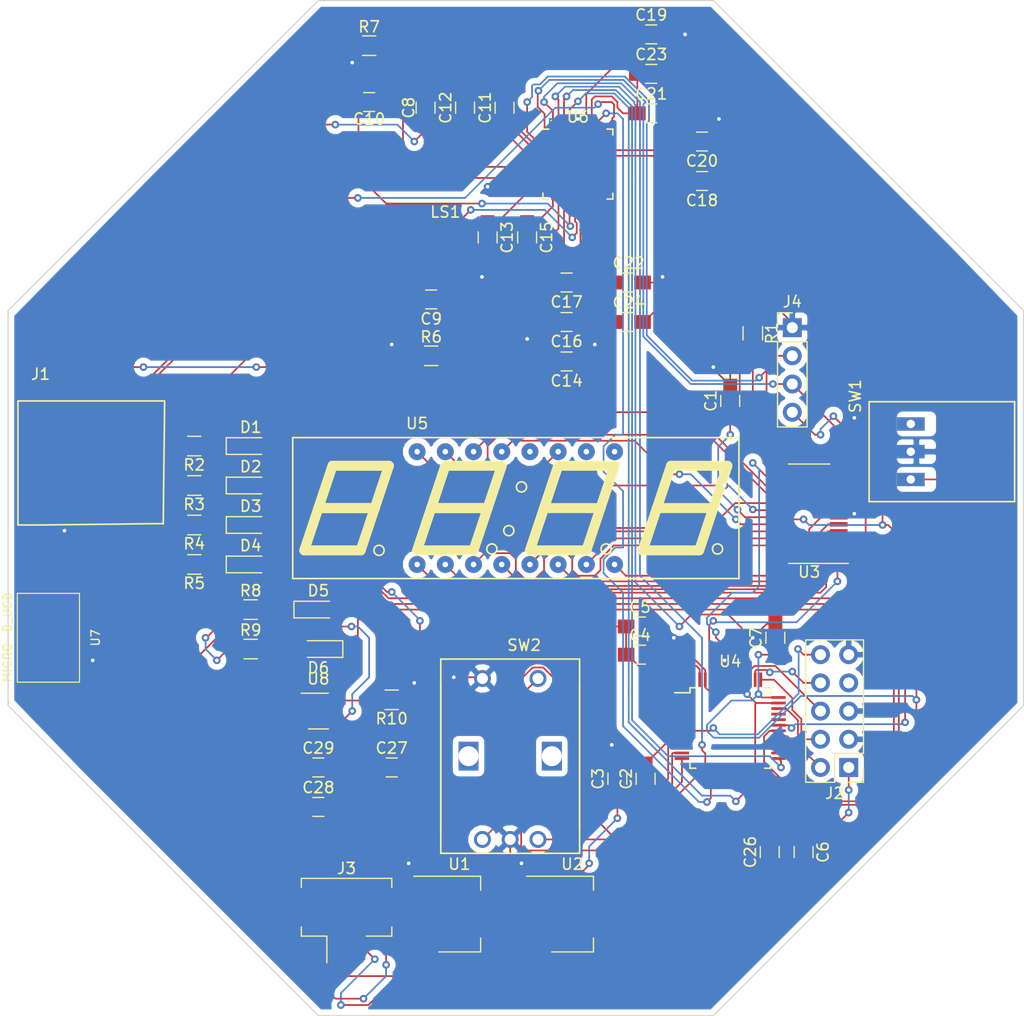
<source format=kicad_pcb>
(kicad_pcb (version 20170922) (host pcbnew no-vcs-found-a562525~60~ubuntu16.04.1)
  (layers (0 F.Cu signal) (31 B.Cu signal) (34 B.Paste user) (35 F.Paste user) (36 B.SilkS user) (37 F.SilkS user) (38 B.Mask user) (39 F.Mask user) (44 Edge.Cuts user))
  (net 0 "")
  (net 1 +3V3)
  (net 2 +1V8)
  (net 3 "Net-(C9-Pad1)")
  (net 4 /HP_A)
  (net 5 /HP_B)
  (net 6 "Net-(C10-Pad1)")
  (net 7 "Net-(C13-Pad1)")
  (net 8 "Net-(C15-Pad1)")
  (net 9 "Net-(C15-Pad2)")
  (net 10 "Net-(C18-Pad2)")
  (net 11 "Net-(C20-Pad2)")
  (net 12 "Net-(C22-Pad1)")
  (net 13 "Net-(C24-Pad1)")
  (net 14 "Net-(C26-Pad2)")
  (net 15 "Net-(C27-Pad1)")
  (net 16 "Net-(C28-Pad1)")
  (net 17 "Net-(D1-Pad1)")
  (net 18 "Net-(D2-Pad1)")
  (net 19 /LED_Ok)
  (net 20 /LED_Err)
  (net 21 "Net-(D3-Pad1)")
  (net 22 "Net-(D4-Pad1)")
  (net 23 /LED_Act)
  (net 24 "Net-(D5-Pad1)")
  (net 25 "Net-(D6-Pad2)")
  (net 26 /SPKR_HP)
  (net 27 /JTMS)
  (net 28 /JTCK)
  (net 29 /JTDO)
  (net 30 "Net-(J2-Pad7)")
  (net 31 /JTDI)
  (net 32 /RESET)
  (net 33 "Net-(J3-Pad2)")
  (net 34 /7SEG_SCL)
  (net 35 /7SEG_SDA)
  (net 36 /SPKR_A_NEG)
  (net 37 /SPKR_A_POS)
  (net 38 "Net-(R1-Pad2)")
  (net 39 "Net-(R8-Pad1)")
  (net 40 "Net-(R10-Pad2)")
  (net 41 "Net-(SW1-Pad3)")
  (net 42 /ENC_A)
  (net 43 /ENC_B)
  (net 44 /ENC_BUTTON)
  (net 45 "Net-(U3-Pad17)")
  (net 46 "Net-(U3-Pad18)")
  (net 47 "Net-(U3-Pad8)")
  (net 48 "Net-(U3-Pad7)")
  (net 49 "Net-(U3-Pad20)")
  (net 50 "Net-(U3-Pad5)")
  (net 51 "Net-(U3-Pad2)")
  (net 52 "Net-(U3-Pad3)")
  (net 53 "Net-(U3-Pad4)")
  (net 54 "Net-(U3-Pad9)")
  (net 55 "Net-(U3-Pad10)")
  (net 56 "Net-(U3-Pad11)")
  (net 57 "Net-(U3-Pad12)")
  (net 58 "Net-(U3-Pad15)")
  (net 59 "Net-(U3-Pad16)")
  (net 60 "Net-(U3-Pad21)")
  (net 61 "Net-(U3-Pad22)")
  (net 62 "Net-(U3-Pad23)")
  (net 63 "Net-(U3-Pad24)")
  (net 64 "Net-(U4-Pad2)")
  (net 65 "Net-(U4-Pad3)")
  (net 66 "Net-(U4-Pad4)")
  (net 67 "Net-(U4-Pad5)")
  (net 68 "Net-(U4-Pad6)")
  (net 69 "Net-(U4-Pad10)")
  (net 70 /DAC_WS)
  (net 71 /DAC_RST)
  (net 72 "Net-(U4-Pad16)")
  (net 73 "Net-(U4-Pad17)")
  (net 74 "Net-(U4-Pad18)")
  (net 75 "Net-(U4-Pad19)")
  (net 76 "Net-(U4-Pad20)")
  (net 77 /DAC_MCK)
  (net 78 /DAC_CK)
  (net 79 "Net-(U4-Pad26)")
  (net 80 "Net-(U4-Pad27)")
  (net 81 "Net-(U4-Pad28)")
  (net 82 "Net-(U4-Pad32)")
  (net 83 "Net-(U4-Pad33)")
  (net 84 /JTRST)
  (net 85 /DAC_SD)
  (net 86 "Net-(U4-Pad43)")
  (net 87 "Net-(U4-Pad45)")
  (net 88 "Net-(U5-Pad9)")
  (net 89 "Net-(U5-Pad10)")
  (net 90 "Net-(U5-Pad12)")
  (net 91 "Net-(U6-Pad7)")
  (net 92 "Net-(U6-Pad9)")
  (net 93 "Net-(U6-Pad20)")
  (net 94 "Net-(U6-Pad21)")
  (net 95 "Net-(U6-Pad22)")
  (net 96 "Net-(U6-Pad23)")
  (net 97 "Net-(U6-Pad24)")
  (net 98 "Net-(U6-Pad25)")
  (net 99 "Net-(U6-Pad26)")
  (net 100 "Net-(U6-Pad29)")
  (net 101 "Net-(U6-Pad30)")
  (net 102 "Net-(U6-Pad36)")
  (net 103 "Net-(U7-Pad2)")
  (net 104 "Net-(U7-Pad3)")
  (net 105 "Net-(U7-Pad4)")
  (net 106 GND)
  (module Housings_QFP:LQFP-48_7x7mm_Pitch0.5mm (layer F.Cu) (at 85.344 103.632)
    (fp_text reference U4 (at 0 -6) (layer F.SilkS))
    (fp_text value STMF411CEU6)
    (pad 1 smd rect (at -4.35 -2.75) (size 1.3 0.25) (layers F.Cu F.Paste F.Mask) (net 1 +3V3))
    (pad 2 smd rect (at -4.35 -2.25) (size 1.3 0.25) (layers F.Cu F.Paste F.Mask) (net 64 "Net-(U4-Pad2)"))
    (pad 3 smd rect (at -4.35 -1.75) (size 1.3 0.25) (layers F.Cu F.Paste F.Mask) (net 65 "Net-(U4-Pad3)"))
    (pad 4 smd rect (at -4.35 -1.25) (size 1.3 0.25) (layers F.Cu F.Paste F.Mask) (net 66 "Net-(U4-Pad4)"))
    (pad 5 smd rect (at -4.35 -0.75) (size 1.3 0.25) (layers F.Cu F.Paste F.Mask) (net 67 "Net-(U4-Pad5)"))
    (pad 6 smd rect (at -4.35 -0.25) (size 1.3 0.25) (layers F.Cu F.Paste F.Mask) (net 68 "Net-(U4-Pad6)"))
    (pad 7 smd rect (at -4.35 0.25) (size 1.3 0.25) (layers F.Cu F.Paste F.Mask) (net 32 /RESET))
    (pad 8 smd rect (at -4.35 0.75) (size 1.3 0.25) (layers F.Cu F.Paste F.Mask) (net 106 GND))
    (pad 9 smd rect (at -4.35 1.25) (size 1.3 0.25) (layers F.Cu F.Paste F.Mask) (net 1 +3V3))
    (pad 10 smd rect (at -4.35 1.75) (size 1.3 0.25) (layers F.Cu F.Paste F.Mask) (net 69 "Net-(U4-Pad10)"))
    (pad 11 smd rect (at -4.35 2.25) (size 1.3 0.25) (layers F.Cu F.Paste F.Mask) (net 42 /ENC_A))
    (pad 12 smd rect (at -4.35 2.75) (size 1.3 0.25) (layers F.Cu F.Paste F.Mask) (net 43 /ENC_B))
    (pad 13 smd rect (at -2.75 4.35 90) (size 1.3 0.25) (layers F.Cu F.Paste F.Mask) (net 44 /ENC_BUTTON))
    (pad 14 smd rect (at -2.25 4.35 90) (size 1.3 0.25) (layers F.Cu F.Paste F.Mask) (net 70 /DAC_WS))
    (pad 15 smd rect (at -1.75 4.35 90) (size 1.3 0.25) (layers F.Cu F.Paste F.Mask) (net 71 /DAC_RST))
    (pad 16 smd rect (at -1.25 4.35 90) (size 1.3 0.25) (layers F.Cu F.Paste F.Mask) (net 72 "Net-(U4-Pad16)"))
    (pad 17 smd rect (at -0.75 4.35 90) (size 1.3 0.25) (layers F.Cu F.Paste F.Mask) (net 73 "Net-(U4-Pad17)"))
    (pad 18 smd rect (at -0.25 4.35 90) (size 1.3 0.25) (layers F.Cu F.Paste F.Mask) (net 74 "Net-(U4-Pad18)"))
    (pad 19 smd rect (at 0.25 4.35 90) (size 1.3 0.25) (layers F.Cu F.Paste F.Mask) (net 75 "Net-(U4-Pad19)"))
    (pad 20 smd rect (at 0.75 4.35 90) (size 1.3 0.25) (layers F.Cu F.Paste F.Mask) (net 76 "Net-(U4-Pad20)"))
    (pad 21 smd rect (at 1.25 4.35 90) (size 1.3 0.25) (layers F.Cu F.Paste F.Mask) (net 77 /DAC_MCK))
    (pad 22 smd rect (at 1.75 4.35 90) (size 1.3 0.25) (layers F.Cu F.Paste F.Mask) (net 14 "Net-(C26-Pad2)"))
    (pad 23 smd rect (at 2.25 4.35 90) (size 1.3 0.25) (layers F.Cu F.Paste F.Mask) (net 106 GND))
    (pad 24 smd rect (at 2.75 4.35 90) (size 1.3 0.25) (layers F.Cu F.Paste F.Mask) (net 1 +3V3))
    (pad 25 smd rect (at 4.35 2.75) (size 1.3 0.25) (layers F.Cu F.Paste F.Mask) (net 78 /DAC_CK))
    (pad 26 smd rect (at 4.35 2.25) (size 1.3 0.25) (layers F.Cu F.Paste F.Mask) (net 79 "Net-(U4-Pad26)"))
    (pad 27 smd rect (at 4.35 1.75) (size 1.3 0.25) (layers F.Cu F.Paste F.Mask) (net 80 "Net-(U4-Pad27)"))
    (pad 28 smd rect (at 4.35 1.25) (size 1.3 0.25) (layers F.Cu F.Paste F.Mask) (net 81 "Net-(U4-Pad28)"))
    (pad 29 smd rect (at 4.35 0.75) (size 1.3 0.25) (layers F.Cu F.Paste F.Mask) (net 23 /LED_Act))
    (pad 30 smd rect (at 4.35 0.25) (size 1.3 0.25) (layers F.Cu F.Paste F.Mask) (net 20 /LED_Err))
    (pad 31 smd rect (at 4.35 -0.25) (size 1.3 0.25) (layers F.Cu F.Paste F.Mask) (net 19 /LED_Ok))
    (pad 32 smd rect (at 4.35 -0.75) (size 1.3 0.25) (layers F.Cu F.Paste F.Mask) (net 82 "Net-(U4-Pad32)"))
    (pad 33 smd rect (at 4.35 -1.25) (size 1.3 0.25) (layers F.Cu F.Paste F.Mask) (net 83 "Net-(U4-Pad33)"))
    (pad 34 smd rect (at 4.35 -1.75) (size 1.3 0.25) (layers F.Cu F.Paste F.Mask) (net 27 /JTMS))
    (pad 35 smd rect (at 4.35 -2.25) (size 1.3 0.25) (layers F.Cu F.Paste F.Mask) (net 106 GND))
    (pad 36 smd rect (at 4.35 -2.75) (size 1.3 0.25) (layers F.Cu F.Paste F.Mask) (net 1 +3V3))
    (pad 37 smd rect (at 2.75 -4.35 90) (size 1.3 0.25) (layers F.Cu F.Paste F.Mask) (net 28 /JTCK))
    (pad 38 smd rect (at 2.25 -4.35 90) (size 1.3 0.25) (layers F.Cu F.Paste F.Mask) (net 31 /JTDI))
    (pad 39 smd rect (at 1.75 -4.35 90) (size 1.3 0.25) (layers F.Cu F.Paste F.Mask) (net 29 /JTDO))
    (pad 40 smd rect (at 1.25 -4.35 90) (size 1.3 0.25) (layers F.Cu F.Paste F.Mask) (net 84 /JTRST))
    (pad 41 smd rect (at 0.75 -4.35 90) (size 1.3 0.25) (layers F.Cu F.Paste F.Mask) (net 85 /DAC_SD))
    (pad 42 smd rect (at 0.25 -4.35 90) (size 1.3 0.25) (layers F.Cu F.Paste F.Mask) (net 34 /7SEG_SCL))
    (pad 43 smd rect (at -0.25 -4.35 90) (size 1.3 0.25) (layers F.Cu F.Paste F.Mask) (net 86 "Net-(U4-Pad43)"))
    (pad 44 smd rect (at -0.75 -4.35 90) (size 1.3 0.25) (layers F.Cu F.Paste F.Mask) (net 106 GND))
    (pad 45 smd rect (at -1.25 -4.35 90) (size 1.3 0.25) (layers F.Cu F.Paste F.Mask) (net 87 "Net-(U4-Pad45)"))
    (pad 46 smd rect (at -1.75 -4.35 90) (size 1.3 0.25) (layers F.Cu F.Paste F.Mask) (net 35 /7SEG_SDA))
    (pad 47 smd rect (at -2.25 -4.35 90) (size 1.3 0.25) (layers F.Cu F.Paste F.Mask) (net 106 GND))
    (pad 48 smd rect (at -2.75 -4.35 90) (size 1.3 0.25) (layers F.Cu F.Paste F.Mask) (net 1 +3V3))
  )
  (module TO_SOT_Packages_SMD:SOT-23-5_HandSoldering (layer F.Cu) (at 48.26 102.108)
    (fp_text reference U8 (at 0 -2.9) (layer F.SilkS))
    (fp_text value MCP73831)
    (pad 1 smd rect (at -1.35 -0.95) (size 1.56 0.65) (layers F.Cu F.Paste F.Mask) (net 39 "Net-(R8-Pad1)"))
    (pad 2 smd rect (at -1.35 0) (size 1.56 0.65) (layers F.Cu F.Paste F.Mask) (net 106 GND))
    (pad 3 smd rect (at -1.35 0.95) (size 1.56 0.65) (layers F.Cu F.Paste F.Mask) (net 16 "Net-(C28-Pad1)"))
    (pad 4 smd rect (at 1.35 0.95) (size 1.56 0.65) (layers F.Cu F.Paste F.Mask) (net 15 "Net-(C27-Pad1)"))
    (pad 5 smd rect (at 1.35 -0.95) (size 1.56 0.65) (layers F.Cu F.Paste F.Mask) (net 40 "Net-(R10-Pad2)"))
  )
  (module nome:PEC11 (layer F.Cu) (at 65.532 106.172)
    (fp_text reference SW2 (at 1.25 -10) (layer F.SilkS))
    (fp_text value Rotary_Encoder_Switch)
    (pad 1 thru_hole circle (at -2.5 7.5) (size 1.524 1.524) (drill 1) (layers *.Cu *.Mask) (net 42 /ENC_A))
    (pad 2 thru_hole circle (at 0 7.5) (size 1.524 1.524) (drill 1) (layers *.Cu *.Mask) (net 106 GND))
    (pad 3 thru_hole circle (at 2.5 7.5) (size 1.524 1.524) (drill 1) (layers *.Cu *.Mask) (net 43 /ENC_B))
    (pad 4 thru_hole circle (at -2.5 -7) (size 1.524 1.524) (drill 1) (layers *.Cu *.Mask) (net 106 GND))
    (pad 5 thru_hole circle (at 2.5 -7) (size 1.524 1.524) (drill 1) (layers *.Cu *.Mask) (net 44 /ENC_BUTTON))
    (pad "" np_thru_hole rect (at -3.75 0) (size 1.8 2.6) (drill 1.8) (layers *.Cu *.Mask))
    (pad "" np_thru_hole rect (at 3.75 0) (size 1.8 2.6) (drill 1.8) (layers *.Cu *.Mask))
  )
  (module Pin_Headers:Pin_Header_Straight_2x05_Pitch2.54mm (layer F.Cu) (at 96.012 107.188 180)
    (fp_text reference J2 (at 1.27 -2.33 180) (layer F.SilkS))
    (fp_text value JTAG_SWD)
    (pad 1 thru_hole rect (at 0 0 180) (size 1.7 1.7) (drill 1) (layers *.Cu *.Mask) (net 1 +3V3))
    (pad 2 thru_hole oval (at 2.54 0 180) (size 1.7 1.7) (drill 1) (layers *.Cu *.Mask) (net 27 /JTMS))
    (pad 3 thru_hole oval (at 0 2.54 180) (size 1.7 1.7) (drill 1) (layers *.Cu *.Mask) (net 106 GND))
    (pad 4 thru_hole oval (at 2.54 2.54 180) (size 1.7 1.7) (drill 1) (layers *.Cu *.Mask) (net 28 /JTCK))
    (pad 5 thru_hole oval (at 0 5.08 180) (size 1.7 1.7) (drill 1) (layers *.Cu *.Mask) (net 106 GND))
    (pad 6 thru_hole oval (at 2.54 5.08 180) (size 1.7 1.7) (drill 1) (layers *.Cu *.Mask) (net 29 /JTDO))
    (pad 7 thru_hole oval (at 0 7.62 180) (size 1.7 1.7) (drill 1) (layers *.Cu *.Mask) (net 30 "Net-(J2-Pad7)"))
    (pad 8 thru_hole oval (at 2.54 7.62 180) (size 1.7 1.7) (drill 1) (layers *.Cu *.Mask) (net 31 /JTDI))
    (pad 9 thru_hole oval (at 0 10.16 180) (size 1.7 1.7) (drill 1) (layers *.Cu *.Mask) (net 106 GND))
    (pad 10 thru_hole oval (at 2.54 10.16 180) (size 1.7 1.7) (drill 1) (layers *.Cu *.Mask) (net 32 /RESET))
  )
  (module Capacitors_SMD:C_0805_HandSoldering (layer F.Cu) (at 78.232 44.704)
    (fp_text reference C23 (at 0 -1.75) (layer F.SilkS))
    (fp_text value 1uF)
    (pad 2 smd rect (at 1.25 0) (size 1.5 1.25) (layers F.Cu F.Paste F.Mask) (net 106 GND))
    (pad 1 smd rect (at -1.25 0) (size 1.5 1.25) (layers F.Cu F.Paste F.Mask) (net 2 +1V8))
  )
  (module Capacitors_SMD:C_0805_HandSoldering (layer F.Cu) (at 82.804 50.8 180)
    (fp_text reference C20 (at 0 -1.75 180) (layer F.SilkS))
    (fp_text value 150pF)
    (pad 2 smd rect (at 1.25 0 180) (size 1.5 1.25) (layers F.Cu F.Paste F.Mask) (net 11 "Net-(C20-Pad2)"))
    (pad 1 smd rect (at -1.25 0 180) (size 1.5 1.25) (layers F.Cu F.Paste F.Mask) (net 106 GND))
  )
  (module nome:LTC-4727 (layer F.Cu) (at 66.04 83.82)
    (fp_text reference U5 (at -8.89 -7.62) (layer F.SilkS))
    (fp_text value LTC-4727JS)
    (pad 1 thru_hole circle (at -8.89 5.08) (size 1.524 1.524) (drill 0.5) (layers *.Cu *.Mask) (net 51 "Net-(U3-Pad2)"))
    (pad 2 thru_hole circle (at -6.35 5.08) (size 1.524 1.524) (drill 0.5) (layers *.Cu *.Mask) (net 52 "Net-(U3-Pad3)"))
    (pad 3 thru_hole circle (at -3.81 5.08) (size 1.524 1.524) (drill 0.5) (layers *.Cu *.Mask) (net 62 "Net-(U3-Pad23)"))
    (pad 4 thru_hole circle (at -1.27 5.08) (size 1.524 1.524) (drill 0.5) (layers *.Cu *.Mask) (net 53 "Net-(U3-Pad4)"))
    (pad 5 thru_hole circle (at 1.27 5.08) (size 1.524 1.524) (drill 0.5) (layers *.Cu *.Mask) (net 60 "Net-(U3-Pad21)"))
    (pad 6 thru_hole circle (at 3.81 5.08) (size 1.524 1.524) (drill 0.5) (layers *.Cu *.Mask) (net 50 "Net-(U3-Pad5)"))
    (pad 7 thru_hole circle (at 6.35 5.08) (size 1.524 1.524) (drill 0.5) (layers *.Cu *.Mask) (net 61 "Net-(U3-Pad22)"))
    (pad 8 thru_hole circle (at 8.89 5.08) (size 1.524 1.524) (drill 0.5) (layers *.Cu *.Mask) (net 48 "Net-(U3-Pad7)"))
    (pad 9 thru_hole circle (at 8.89 -5.08) (size 1.524 1.524) (drill 0.5) (layers *.Cu *.Mask) (net 88 "Net-(U5-Pad9)"))
    (pad 10 thru_hole circle (at 6.35 -5.08) (size 1.524 1.524) (drill 0.5) (layers *.Cu *.Mask) (net 89 "Net-(U5-Pad10)"))
    (pad 11 thru_hole circle (at 3.81 -5.08) (size 1.524 1.524) (drill 0.5) (layers *.Cu *.Mask) (net 59 "Net-(U3-Pad16)"))
    (pad 12 thru_hole circle (at 1.27 -5.08) (size 1.524 1.524) (drill 0.5) (layers *.Cu *.Mask) (net 90 "Net-(U5-Pad12)"))
    (pad 13 thru_hole circle (at -1.27 -5.08) (size 1.524 1.524) (drill 0.5) (layers *.Cu *.Mask) (net 49 "Net-(U3-Pad20)"))
    (pad 14 thru_hole circle (at -3.81 -5.08) (size 1.524 1.524) (drill 0.5) (layers *.Cu *.Mask) (net 58 "Net-(U3-Pad15)"))
    (pad 15 thru_hole circle (at -6.35 -5.08) (size 1.524 1.524) (drill 0.5) (layers *.Cu *.Mask) (net 46 "Net-(U3-Pad18)"))
    (pad 16 thru_hole circle (at -8.89 -5.08) (size 1.524 1.524) (drill 0.5) (layers *.Cu *.Mask) (net 45 "Net-(U3-Pad17)"))
  )
  (module Housings_SSOP:QSOP-24_3.9x8.7mm_Pitch0.635mm (layer F.Cu) (at 92.456 84.328 180)
    (fp_text reference U3 (at 0 -5.25 180) (layer F.SilkS))
    (fp_text value AS1115)
    (pad 17 smd rect (at 2.6543 0.9525 180) (size 1.6 0.41) (layers F.Cu F.Paste F.Mask) (net 45 "Net-(U3-Pad17)"))
    (pad 18 smd rect (at 2.6543 0.3175 180) (size 1.6 0.41) (layers F.Cu F.Paste F.Mask) (net 46 "Net-(U3-Pad18)"))
    (pad 8 smd rect (at -2.6543 0.9525 180) (size 1.6 0.41) (layers F.Cu F.Paste F.Mask) (net 47 "Net-(U3-Pad8)"))
    (pad 7 smd rect (at -2.6543 0.3175 180) (size 1.6 0.41) (layers F.Cu F.Paste F.Mask) (net 48 "Net-(U3-Pad7)"))
    (pad 20 smd rect (at 2.6543 -0.9525 180) (size 1.6 0.41) (layers F.Cu F.Paste F.Mask) (net 49 "Net-(U3-Pad20)"))
    (pad 19 smd rect (at 2.6543 -0.3175 180) (size 1.6 0.41) (layers F.Cu F.Paste F.Mask) (net 1 +3V3))
    (pad 6 smd rect (at -2.6543 -0.3175 180) (size 1.6 0.41) (layers F.Cu F.Paste F.Mask) (net 106 GND))
    (pad 5 smd rect (at -2.6543 -0.9525 180) (size 1.6 0.41) (layers F.Cu F.Paste F.Mask) (net 50 "Net-(U3-Pad5)"))
    (pad 1 smd rect (at -2.6543 -3.4925 180) (size 1.6 0.41) (layers F.Cu F.Paste F.Mask) (net 35 /7SEG_SDA))
    (pad 2 smd rect (at -2.6543 -2.8575 180) (size 1.6 0.41) (layers F.Cu F.Paste F.Mask) (net 51 "Net-(U3-Pad2)"))
    (pad 3 smd rect (at -2.6543 -2.2225 180) (size 1.6 0.41) (layers F.Cu F.Paste F.Mask) (net 52 "Net-(U3-Pad3)"))
    (pad 4 smd rect (at -2.6543 -1.5875 180) (size 1.6 0.41) (layers F.Cu F.Paste F.Mask) (net 53 "Net-(U3-Pad4)"))
    (pad 9 smd rect (at -2.6543 1.5875 180) (size 1.6 0.41) (layers F.Cu F.Paste F.Mask) (net 54 "Net-(U3-Pad9)"))
    (pad 10 smd rect (at -2.6543 2.2225 180) (size 1.6 0.41) (layers F.Cu F.Paste F.Mask) (net 55 "Net-(U3-Pad10)"))
    (pad 11 smd rect (at -2.6543 2.8575 180) (size 1.6 0.41) (layers F.Cu F.Paste F.Mask) (net 56 "Net-(U3-Pad11)"))
    (pad 12 smd rect (at -2.6543 3.4925 180) (size 1.6 0.41) (layers F.Cu F.Paste F.Mask) (net 57 "Net-(U3-Pad12)"))
    (pad 13 smd rect (at 2.6543 3.4925 180) (size 1.6 0.41) (layers F.Cu F.Paste F.Mask) (net 38 "Net-(R1-Pad2)"))
    (pad 14 smd rect (at 2.6543 2.8575 180) (size 1.6 0.41) (layers F.Cu F.Paste F.Mask) (net 34 /7SEG_SCL))
    (pad 15 smd rect (at 2.6543 2.2225 180) (size 1.6 0.41) (layers F.Cu F.Paste F.Mask) (net 58 "Net-(U3-Pad15)"))
    (pad 16 smd rect (at 2.6543 1.5875 180) (size 1.6 0.41) (layers F.Cu F.Paste F.Mask) (net 59 "Net-(U3-Pad16)"))
    (pad 21 smd rect (at 2.6543 -1.5875 180) (size 1.6 0.41) (layers F.Cu F.Paste F.Mask) (net 60 "Net-(U3-Pad21)"))
    (pad 22 smd rect (at 2.6543 -2.2225 180) (size 1.6 0.41) (layers F.Cu F.Paste F.Mask) (net 61 "Net-(U3-Pad22)"))
    (pad 23 smd rect (at 2.6543 -2.8575 180) (size 1.6 0.41) (layers F.Cu F.Paste F.Mask) (net 62 "Net-(U3-Pad23)"))
    (pad 24 smd rect (at 2.6543 -3.4925 180) (size 1.6 0.41) (layers F.Cu F.Paste F.Mask) (net 63 "Net-(U3-Pad24)"))
  )
  (module Capacitors_SMD:C_0805_HandSoldering (layer F.Cu) (at 85.344 74.168 90)
    (fp_text reference C1 (at 0 -1.75 90) (layer F.SilkS))
    (fp_text value 0.1uF)
    (pad 2 smd rect (at 1.25 0 90) (size 1.5 1.25) (layers F.Cu F.Paste F.Mask) (net 106 GND))
    (pad 1 smd rect (at -1.25 0 90) (size 1.5 1.25) (layers F.Cu F.Paste F.Mask) (net 1 +3V3))
  )
  (module Capacitors_SMD:C_0805_HandSoldering (layer F.Cu) (at 77.216 94.488)
    (fp_text reference C5 (at 0 -1.75) (layer F.SilkS))
    (fp_text value 4.7uF)
    (pad 1 smd rect (at -1.25 0) (size 1.5 1.25) (layers F.Cu F.Paste F.Mask) (net 1 +3V3))
    (pad 2 smd rect (at 1.25 0) (size 1.5 1.25) (layers F.Cu F.Paste F.Mask) (net 106 GND))
  )
  (module Capacitors_SMD:C_0805_HandSoldering (layer F.Cu) (at 91.948 114.808 270)
    (fp_text reference C6 (at 0 -1.75 270) (layer F.SilkS))
    (fp_text value 0.1uF)
    (pad 1 smd rect (at -1.25 0 270) (size 1.5 1.25) (layers F.Cu F.Paste F.Mask) (net 1 +3V3))
    (pad 2 smd rect (at 1.25 0 270) (size 1.5 1.25) (layers F.Cu F.Paste F.Mask) (net 106 GND))
  )
  (module Capacitors_SMD:C_0805_HandSoldering (layer F.Cu) (at 89.408 95.504 90)
    (fp_text reference C7 (at 0 -1.75 90) (layer F.SilkS))
    (fp_text value 0.1uF)
    (pad 2 smd rect (at 1.25 0 90) (size 1.5 1.25) (layers F.Cu F.Paste F.Mask) (net 106 GND))
    (pad 1 smd rect (at -1.25 0 90) (size 1.5 1.25) (layers F.Cu F.Paste F.Mask) (net 1 +3V3))
  )
  (module Capacitors_SMD:C_0805_HandSoldering (layer F.Cu) (at 57.912 47.752 90)
    (fp_text reference C8 (at 0 -1.524 90) (layer F.SilkS))
    (fp_text value 10uF)
    (pad 2 smd rect (at 1.25 0 90) (size 1.5 1.25) (layers F.Cu F.Paste F.Mask) (net 106 GND))
    (pad 1 smd rect (at -1.25 0 90) (size 1.5 1.25) (layers F.Cu F.Paste F.Mask) (net 2 +1V8))
  )
  (module Capacitors_SMD:C_0805_HandSoldering (layer F.Cu) (at 58.42 65.024 180)
    (fp_text reference C9 (at 0 -1.75 180) (layer F.SilkS))
    (fp_text value 0.022uF)
    (pad 1 smd rect (at -1.25 0 180) (size 1.5 1.25) (layers F.Cu F.Paste F.Mask) (net 3 "Net-(C9-Pad1)"))
    (pad 2 smd rect (at 1.25 0 180) (size 1.5 1.25) (layers F.Cu F.Paste F.Mask) (net 4 /HP_A))
  )
  (module Capacitors_SMD:C_0805_HandSoldering (layer F.Cu) (at 52.832 47.244 180)
    (fp_text reference C10 (at 0 -1.524 180) (layer F.SilkS))
    (fp_text value 0.022uF)
    (pad 2 smd rect (at 1.25 0 180) (size 1.5 1.25) (layers F.Cu F.Paste F.Mask) (net 5 /HP_B))
    (pad 1 smd rect (at -1.25 0 180) (size 1.5 1.25) (layers F.Cu F.Paste F.Mask) (net 6 "Net-(C10-Pad1)"))
  )
  (module Capacitors_SMD:C_0805_HandSoldering (layer F.Cu) (at 65.024 47.752 90)
    (fp_text reference C11 (at 0 -1.75 90) (layer F.SilkS))
    (fp_text value 0.1uF)
    (pad 1 smd rect (at -1.25 0 90) (size 1.5 1.25) (layers F.Cu F.Paste F.Mask) (net 2 +1V8))
    (pad 2 smd rect (at 1.25 0 90) (size 1.5 1.25) (layers F.Cu F.Paste F.Mask) (net 106 GND))
  )
  (module Capacitors_SMD:C_0805_HandSoldering (layer F.Cu) (at 61.468 47.752 90)
    (fp_text reference C12 (at 0 -1.75 90) (layer F.SilkS))
    (fp_text value 0.1uF)
    (pad 2 smd rect (at 1.25 0 90) (size 1.5 1.25) (layers F.Cu F.Paste F.Mask) (net 106 GND))
    (pad 1 smd rect (at -1.25 0 90) (size 1.5 1.25) (layers F.Cu F.Paste F.Mask) (net 2 +1V8))
  )
  (module Capacitors_SMD:C_0805_HandSoldering (layer F.Cu) (at 70.612 70.612 180)
    (fp_text reference C14 (at 0 -1.75 180) (layer F.SilkS))
    (fp_text value 1uF)
    (pad 2 smd rect (at 1.25 0 180) (size 1.5 1.25) (layers F.Cu F.Paste F.Mask) (net 106 GND))
    (pad 1 smd rect (at -1.25 0 180) (size 1.5 1.25) (layers F.Cu F.Paste F.Mask) (net 2 +1V8))
  )
  (module Capacitors_SMD:C_0805_HandSoldering (layer F.Cu) (at 67.056 59.436 270)
    (fp_text reference C15 (at 0 -1.75 270) (layer F.SilkS))
    (fp_text value 1uF)
    (pad 1 smd rect (at -1.25 0 270) (size 1.5 1.25) (layers F.Cu F.Paste F.Mask) (net 8 "Net-(C15-Pad1)"))
    (pad 2 smd rect (at 1.25 0 270) (size 1.5 1.25) (layers F.Cu F.Paste F.Mask) (net 9 "Net-(C15-Pad2)"))
  )
  (module Capacitors_SMD:C_0805_HandSoldering (layer F.Cu) (at 70.612 67.056 180)
    (fp_text reference C16 (at 0 -1.75 180) (layer F.SilkS))
    (fp_text value 0.1uF)
    (pad 1 smd rect (at -1.25 0 180) (size 1.5 1.25) (layers F.Cu F.Paste F.Mask) (net 2 +1V8))
    (pad 2 smd rect (at 1.25 0 180) (size 1.5 1.25) (layers F.Cu F.Paste F.Mask) (net 106 GND))
  )
  (module Capacitors_SMD:C_0805_HandSoldering (layer F.Cu) (at 70.612 63.5 180)
    (fp_text reference C17 (at 0 -1.75 180) (layer F.SilkS))
    (fp_text value 0.1uF)
    (pad 2 smd rect (at 1.25 0 180) (size 1.5 1.25) (layers F.Cu F.Paste F.Mask) (net 106 GND))
    (pad 1 smd rect (at -1.25 0 180) (size 1.5 1.25) (layers F.Cu F.Paste F.Mask) (net 2 +1V8))
  )
  (module Capacitors_SMD:C_0805_HandSoldering (layer F.Cu) (at 82.804 54.356 180)
    (fp_text reference C18 (at 0 -1.75 180) (layer F.SilkS))
    (fp_text value 150pF)
    (pad 1 smd rect (at -1.25 0 180) (size 1.5 1.25) (layers F.Cu F.Paste F.Mask) (net 106 GND))
    (pad 2 smd rect (at 1.25 0 180) (size 1.5 1.25) (layers F.Cu F.Paste F.Mask) (net 10 "Net-(C18-Pad2)"))
  )
  (module Capacitors_SMD:C_0805_HandSoldering (layer F.Cu) (at 78.232 41.148)
    (fp_text reference C19 (at 0 -1.75) (layer F.SilkS))
    (fp_text value 0.1uF)
    (pad 1 smd rect (at -1.25 0) (size 1.5 1.25) (layers F.Cu F.Paste F.Mask) (net 2 +1V8))
    (pad 2 smd rect (at 1.25 0) (size 1.5 1.25) (layers F.Cu F.Paste F.Mask) (net 106 GND))
  )
  (module Capacitors_SMD:C_0805_HandSoldering (layer F.Cu) (at 78.232 48.26)
    (fp_text reference C21 (at 0 -1.75) (layer F.SilkS))
    (fp_text value 0.1uF)
    (pad 1 smd rect (at -1.25 0) (size 1.5 1.25) (layers F.Cu F.Paste F.Mask) (net 2 +1V8))
    (pad 2 smd rect (at 1.25 0) (size 1.5 1.25) (layers F.Cu F.Paste F.Mask) (net 106 GND))
  )
  (module Capacitors_SMD:C_0805_HandSoldering (layer F.Cu) (at 76.2 63.5)
    (fp_text reference C22 (at 0 -1.75) (layer F.SilkS))
    (fp_text value 1uF)
    (pad 1 smd rect (at -1.25 0) (size 1.5 1.25) (layers F.Cu F.Paste F.Mask) (net 12 "Net-(C22-Pad1)"))
    (pad 2 smd rect (at 1.25 0) (size 1.5 1.25) (layers F.Cu F.Paste F.Mask) (net 106 GND))
  )
  (module Capacitors_SMD:C_0805_HandSoldering (layer F.Cu) (at 76.2 67.056)
    (fp_text reference C24 (at 0 -1.75) (layer F.SilkS))
    (fp_text value 10uF)
    (pad 1 smd rect (at -1.25 0) (size 1.5 1.25) (layers F.Cu F.Paste F.Mask) (net 13 "Net-(C24-Pad1)"))
    (pad 2 smd rect (at 1.25 0) (size 1.5 1.25) (layers F.Cu F.Paste F.Mask) (net 106 GND))
  )
  (module Capacitors_SMD:C_0805_HandSoldering (layer F.Cu) (at 88.9 114.808 90)
    (fp_text reference C26 (at 0 -1.75 90) (layer F.SilkS))
    (fp_text value 4.7uF)
    (pad 1 smd rect (at -1.25 0 90) (size 1.5 1.25) (layers F.Cu F.Paste F.Mask) (net 106 GND))
    (pad 2 smd rect (at 1.25 0 90) (size 1.5 1.25) (layers F.Cu F.Paste F.Mask) (net 14 "Net-(C26-Pad2)"))
  )
  (module Capacitors_SMD:C_0805_HandSoldering (layer F.Cu) (at 54.864 107.188)
    (fp_text reference C27 (at 0 -1.75) (layer F.SilkS))
    (fp_text value 4.7uF)
    (pad 2 smd rect (at 1.25 0) (size 1.5 1.25) (layers F.Cu F.Paste F.Mask) (net 106 GND))
    (pad 1 smd rect (at -1.25 0) (size 1.5 1.25) (layers F.Cu F.Paste F.Mask) (net 15 "Net-(C27-Pad1)"))
  )
  (module Capacitors_SMD:C_0805_HandSoldering (layer F.Cu) (at 48.26 110.744)
    (fp_text reference C28 (at 0 -1.75) (layer F.SilkS))
    (fp_text value 4.7uF)
    (pad 2 smd rect (at 1.25 0) (size 1.5 1.25) (layers F.Cu F.Paste F.Mask) (net 106 GND))
    (pad 1 smd rect (at -1.25 0) (size 1.5 1.25) (layers F.Cu F.Paste F.Mask) (net 16 "Net-(C28-Pad1)"))
  )
  (module Capacitors_SMD:C_0805_HandSoldering (layer F.Cu) (at 48.26 107.188)
    (fp_text reference C29 (at 0 -1.75) (layer F.SilkS))
    (fp_text value 4.7uF)
    (pad 1 smd rect (at -1.25 0) (size 1.5 1.25) (layers F.Cu F.Paste F.Mask) (net 16 "Net-(C28-Pad1)"))
    (pad 2 smd rect (at 1.25 0) (size 1.5 1.25) (layers F.Cu F.Paste F.Mask) (net 106 GND))
  )
  (module LEDs:LED_0805_HandSoldering (layer F.Cu) (at 42.164 78.232)
    (fp_text reference D1 (at 0 -1.7) (layer F.SilkS))
    (fp_text value "LED Blue")
    (pad 2 smd rect (at 1.35 0) (size 1.5 1.3) (layers F.Cu F.Paste F.Mask) (net 1 +3V3))
    (pad 1 smd rect (at -1.35 0) (size 1.5 1.3) (layers F.Cu F.Paste F.Mask) (net 17 "Net-(D1-Pad1)"))
  )
  (module LEDs:LED_0805_HandSoldering (layer F.Cu) (at 42.164 81.788)
    (fp_text reference D2 (at 0 -1.7) (layer F.SilkS))
    (fp_text value "LED Green")
    (pad 1 smd rect (at -1.35 0) (size 1.5 1.3) (layers F.Cu F.Paste F.Mask) (net 18 "Net-(D2-Pad1)"))
    (pad 2 smd rect (at 1.35 0) (size 1.5 1.3) (layers F.Cu F.Paste F.Mask) (net 19 /LED_Ok))
  )
  (module LEDs:LED_0805_HandSoldering (layer F.Cu) (at 42.164 85.344)
    (fp_text reference D3 (at 0 -1.7) (layer F.SilkS))
    (fp_text value "LED Red")
    (pad 2 smd rect (at 1.35 0) (size 1.5 1.3) (layers F.Cu F.Paste F.Mask) (net 20 /LED_Err))
    (pad 1 smd rect (at -1.35 0) (size 1.5 1.3) (layers F.Cu F.Paste F.Mask) (net 21 "Net-(D3-Pad1)"))
  )
  (module LEDs:LED_0805_HandSoldering (layer F.Cu) (at 42.164 88.9)
    (fp_text reference D4 (at 0 -1.7) (layer F.SilkS))
    (fp_text value "LED Orange")
    (pad 1 smd rect (at -1.35 0) (size 1.5 1.3) (layers F.Cu F.Paste F.Mask) (net 22 "Net-(D4-Pad1)"))
    (pad 2 smd rect (at 1.35 0) (size 1.5 1.3) (layers F.Cu F.Paste F.Mask) (net 23 /LED_Act))
  )
  (module LEDs:LED_0805_HandSoldering (layer F.Cu) (at 48.26 92.964)
    (fp_text reference D5 (at 0 -1.7) (layer F.SilkS))
    (fp_text value "LED Red")
    (pad 2 smd rect (at 1.35 0) (size 1.5 1.3) (layers F.Cu F.Paste F.Mask) (net 15 "Net-(C27-Pad1)"))
    (pad 1 smd rect (at -1.35 0) (size 1.5 1.3) (layers F.Cu F.Paste F.Mask) (net 24 "Net-(D5-Pad1)"))
  )
  (module LEDs:LED_0805_HandSoldering (layer F.Cu) (at 48.26 96.52 180)
    (fp_text reference D6 (at 0 -1.7 180) (layer F.SilkS))
    (fp_text value "LED Green")
    (pad 1 smd rect (at -1.35 0 180) (size 1.5 1.3) (layers F.Cu F.Paste F.Mask) (net 106 GND))
    (pad 2 smd rect (at 1.35 0 180) (size 1.5 1.3) (layers F.Cu F.Paste F.Mask) (net 25 "Net-(D6-Pad2)"))
  )
  (module nome:SJ-2524 (layer F.Cu) (at 28.956 79.756)
    (fp_text reference J1 (at -5.715 -8.001) (layer F.SilkS))
    (fp_text value SJ-2524)
    (pad 1 smd rect (at -5.9 3.275) (size 2.4 2.95) (layers F.Cu F.Paste F.Mask) (net 106 GND))
    (pad 2 smd rect (at 3.5 3.425) (size 2.4 2.65) (layers F.Cu F.Paste F.Mask) (net 4 /HP_A))
    (pad 3 smd rect (at -3.5 -3.275) (size 2.4 2.95) (layers F.Cu F.Paste F.Mask) (net 5 /HP_B))
    (pad 4 smd rect (at 3.5 -3.425) (size 2.4 2.65) (layers F.Cu F.Paste F.Mask) (net 26 /SPKR_HP))
  )
  (module third_party:JST_PH_B2B-PH-SM4-TB_02x2.00mm_Straight (layer F.Cu) (at 50.8 120.904)
    (fp_text reference J3 (at 0 -4.625) (layer F.SilkS))
    (fp_text value JST)
    (pad 1 smd rect (at -1 1.125) (size 1 5.5) (layers F.Cu F.Paste F.Mask) (net 16 "Net-(C28-Pad1)"))
    (pad 2 smd rect (at 1 1.125) (size 1 5.5) (layers F.Cu F.Paste F.Mask) (net 33 "Net-(J3-Pad2)"))
    (pad "" smd rect (at -3.4 -1.125) (size 1.6 3) (layers F.Cu F.Paste F.Mask))
    (pad "" smd rect (at 3.4 -1.125) (size 1.6 3) (layers F.Cu F.Paste F.Mask))
  )
  (module Pin_Headers:Pin_Header_Straight_1x04_Pitch2.54mm (layer F.Cu) (at 90.932 67.564)
    (fp_text reference J4 (at 0 -2.33) (layer F.SilkS))
    (fp_text value 7SEG_DEBUG)
    (pad 1 thru_hole rect (at 0 0) (size 1.7 1.7) (drill 1) (layers *.Cu *.Mask) (net 106 GND))
    (pad 2 thru_hole oval (at 0 2.54) (size 1.7 1.7) (drill 1) (layers *.Cu *.Mask) (net 34 /7SEG_SCL))
    (pad 3 thru_hole oval (at 0 5.08) (size 1.7 1.7) (drill 1) (layers *.Cu *.Mask) (net 35 /7SEG_SDA))
    (pad 4 thru_hole oval (at 0 7.62) (size 1.7 1.7) (drill 1) (layers *.Cu *.Mask) (net 1 +3V3))
  )
  (module nome:WirePad-1x2-2.54mm (layer F.Cu) (at 58.42 53.34 180)
    (fp_text reference LS1 (at -1.27 -3.81 180) (layer F.SilkS))
    (fp_text value Speaker)
    (pad 1 smd rect (at -2.54 0 180) (size 1.524 1.524) (layers F.Cu F.Paste F.Mask) (net 36 /SPKR_A_NEG))
    (pad 2 smd rect (at 2.54 0 180) (size 1.524 1.524) (layers F.Cu F.Paste F.Mask) (net 37 /SPKR_A_POS))
  )
  (module Resistors_SMD:R_0805_HandSoldering (layer F.Cu) (at 87.376 68.072 270)
    (fp_text reference R1 (at 0 -1.7 270) (layer F.SilkS))
    (fp_text value 10k)
    (pad 2 smd rect (at 1.35 0 270) (size 1.5 1.3) (layers F.Cu F.Paste F.Mask) (net 38 "Net-(R1-Pad2)"))
    (pad 1 smd rect (at -1.35 0 270) (size 1.5 1.3) (layers F.Cu F.Paste F.Mask) (net 1 +3V3))
  )
  (module Resistors_SMD:R_0805_HandSoldering (layer F.Cu) (at 37.084 78.232 180)
    (fp_text reference R2 (at 0 -1.7 180) (layer F.SilkS))
    (fp_text value 25)
    (pad 1 smd rect (at -1.35 0 180) (size 1.5 1.3) (layers F.Cu F.Paste F.Mask) (net 17 "Net-(D1-Pad1)"))
    (pad 2 smd rect (at 1.35 0 180) (size 1.5 1.3) (layers F.Cu F.Paste F.Mask) (net 106 GND))
  )
  (module Resistors_SMD:R_0805_HandSoldering (layer F.Cu) (at 37.084 81.788 180)
    (fp_text reference R3 (at 0 -1.7 180) (layer F.SilkS))
    (fp_text value 40)
    (pad 2 smd rect (at 1.35 0 180) (size 1.5 1.3) (layers F.Cu F.Paste F.Mask) (net 106 GND))
    (pad 1 smd rect (at -1.35 0 180) (size 1.5 1.3) (layers F.Cu F.Paste F.Mask) (net 18 "Net-(D2-Pad1)"))
  )
  (module Resistors_SMD:R_0805_HandSoldering (layer F.Cu) (at 37.084 85.344 180)
    (fp_text reference R4 (at 0 -1.7 180) (layer F.SilkS))
    (fp_text value 40)
    (pad 1 smd rect (at -1.35 0 180) (size 1.5 1.3) (layers F.Cu F.Paste F.Mask) (net 21 "Net-(D3-Pad1)"))
    (pad 2 smd rect (at 1.35 0 180) (size 1.5 1.3) (layers F.Cu F.Paste F.Mask) (net 106 GND))
  )
  (module Resistors_SMD:R_0805_HandSoldering (layer F.Cu) (at 37.084 88.9 180)
    (fp_text reference R5 (at 0 -1.7 180) (layer F.SilkS))
    (fp_text value 40)
    (pad 2 smd rect (at 1.35 0 180) (size 1.5 1.3) (layers F.Cu F.Paste F.Mask) (net 106 GND))
    (pad 1 smd rect (at -1.35 0 180) (size 1.5 1.3) (layers F.Cu F.Paste F.Mask) (net 22 "Net-(D4-Pad1)"))
  )
  (module Resistors_SMD:R_0805_HandSoldering (layer F.Cu) (at 58.42 70.104)
    (fp_text reference R6 (at 0 -1.7) (layer F.SilkS))
    (fp_text value 51.1)
    (pad 1 smd rect (at -1.35 0) (size 1.5 1.3) (layers F.Cu F.Paste F.Mask) (net 106 GND))
    (pad 2 smd rect (at 1.35 0) (size 1.5 1.3) (layers F.Cu F.Paste F.Mask) (net 3 "Net-(C9-Pad1)"))
  )
  (module Resistors_SMD:R_0805_HandSoldering (layer F.Cu) (at 52.832 42.164)
    (fp_text reference R7 (at 0 -1.7) (layer F.SilkS))
    (fp_text value 51.1)
    (pad 2 smd rect (at 1.35 0) (size 1.5 1.3) (layers F.Cu F.Paste F.Mask) (net 6 "Net-(C10-Pad1)"))
    (pad 1 smd rect (at -1.35 0) (size 1.5 1.3) (layers F.Cu F.Paste F.Mask) (net 106 GND))
  )
  (module Resistors_SMD:R_0805_HandSoldering (layer F.Cu) (at 42.164 92.964)
    (fp_text reference R8 (at 0 -1.7) (layer F.SilkS))
    (fp_text value 470)
    (pad 1 smd rect (at -1.35 0) (size 1.5 1.3) (layers F.Cu F.Paste F.Mask) (net 39 "Net-(R8-Pad1)"))
    (pad 2 smd rect (at 1.35 0) (size 1.5 1.3) (layers F.Cu F.Paste F.Mask) (net 24 "Net-(D5-Pad1)"))
  )
  (module Resistors_SMD:R_0805_HandSoldering (layer F.Cu) (at 42.164 96.52)
    (fp_text reference R9 (at 0 -1.7) (layer F.SilkS))
    (fp_text value 470)
    (pad 2 smd rect (at 1.35 0) (size 1.5 1.3) (layers F.Cu F.Paste F.Mask) (net 25 "Net-(D6-Pad2)"))
    (pad 1 smd rect (at -1.35 0) (size 1.5 1.3) (layers F.Cu F.Paste F.Mask) (net 39 "Net-(R8-Pad1)"))
  )
  (module Resistors_SMD:R_0805_HandSoldering (layer F.Cu) (at 54.864 101.092 180)
    (fp_text reference R10 (at 0 -1.7 180) (layer F.SilkS))
    (fp_text value 4.7k)
    (pad 2 smd rect (at 1.35 0 180) (size 1.5 1.3) (layers F.Cu F.Paste F.Mask) (net 40 "Net-(R10-Pad2)"))
    (pad 1 smd rect (at -1.35 0 180) (size 1.5 1.3) (layers F.Cu F.Paste F.Mask) (net 106 GND))
  )
  (module nome:CK_SPDT (layer F.Cu) (at 101.6 78.74 90)
    (fp_text reference SW1 (at 5 -5 90) (layer F.SilkS))
    (fp_text value SW_SPDT)
    (pad 2 thru_hole rect (at 0 0 90) (size 1.2 2.5) (drill 0.762) (layers *.Cu *.Mask) (net 106 GND))
    (pad 1 thru_hole rect (at -2.5 0 90) (size 1.2 2.5) (drill 0.762) (layers *.Cu *.Mask) (net 33 "Net-(J3-Pad2)"))
    (pad 3 thru_hole rect (at 2.5 0 90) (size 1.2 2.5) (drill 0.762) (layers *.Cu *.Mask) (net 41 "Net-(SW1-Pad3)"))
  )
  (module TO_SOT_Packages_SMD:SOT-223 (layer F.Cu) (at 60.96 120.396)
    (fp_text reference U1 (at 0 -4.5) (layer F.SilkS))
    (fp_text value LM1117-1.8)
    (pad 4 smd rect (at 3.15 0) (size 2 3.8) (layers F.Cu F.Paste F.Mask))
    (pad 2 smd rect (at -3.15 0) (size 2 1.5) (layers F.Cu F.Paste F.Mask) (net 2 +1V8))
    (pad 3 smd rect (at -3.15 2.3) (size 2 1.5) (layers F.Cu F.Paste F.Mask) (net 16 "Net-(C28-Pad1)"))
    (pad 1 smd rect (at -3.15 -2.3) (size 2 1.5) (layers F.Cu F.Paste F.Mask) (net 106 GND))
  )
  (module TO_SOT_Packages_SMD:SOT-223 (layer F.Cu) (at 71.12 120.396)
    (fp_text reference U2 (at 0 -4.5) (layer F.SilkS))
    (fp_text value LM1117-3.3)
    (pad 1 smd rect (at -3.15 -2.3) (size 2 1.5) (layers F.Cu F.Paste F.Mask) (net 106 GND))
    (pad 3 smd rect (at -3.15 2.3) (size 2 1.5) (layers F.Cu F.Paste F.Mask) (net 16 "Net-(C28-Pad1)"))
    (pad 2 smd rect (at -3.15 0) (size 2 1.5) (layers F.Cu F.Paste F.Mask) (net 1 +3V3))
    (pad 4 smd rect (at 3.15 0) (size 2 3.8) (layers F.Cu F.Paste F.Mask))
  )
  (module Housings_DFN_QFN:QFN-40-1EP_6x6mm_Pitch0.5mm (layer F.Cu) (at 71.628 52.832)
    (fp_text reference U6 (at 0 -4.25) (layer F.SilkS))
    (fp_text value CS43L22)
    (pad 1 smd rect (at -3 -2.25) (size 0.5 0.3) (layers F.Cu F.Paste F.Mask) (net 35 /7SEG_SDA))
    (pad 2 smd rect (at -3 -1.75) (size 0.5 0.3) (layers F.Cu F.Paste F.Mask) (net 34 /7SEG_SCL))
    (pad 3 smd rect (at -3 -1.25) (size 0.5 0.3) (layers F.Cu F.Paste F.Mask) (net 106 GND))
    (pad 4 smd rect (at -3 -0.75) (size 0.5 0.3) (layers F.Cu F.Paste F.Mask) (net 37 /SPKR_A_POS))
    (pad 5 smd rect (at -3 -0.25) (size 0.5 0.3) (layers F.Cu F.Paste F.Mask) (net 2 +1V8))
    (pad 6 smd rect (at -3 0.25) (size 0.5 0.3) (layers F.Cu F.Paste F.Mask) (net 36 /SPKR_A_NEG))
    (pad 7 smd rect (at -3 0.75) (size 0.5 0.3) (layers F.Cu F.Paste F.Mask) (net 91 "Net-(U6-Pad7)"))
    (pad 8 smd rect (at -3 1.25) (size 0.5 0.3) (layers F.Cu F.Paste F.Mask) (net 2 +1V8))
    (pad 9 smd rect (at -3 1.75) (size 0.5 0.3) (layers F.Cu F.Paste F.Mask) (net 92 "Net-(U6-Pad9)"))
    (pad 10 smd rect (at -3 2.25) (size 0.5 0.3) (layers F.Cu F.Paste F.Mask) (net 7 "Net-(C13-Pad1)"))
    (pad 11 smd rect (at -2.25 3 90) (size 0.5 0.3) (layers F.Cu F.Paste F.Mask) (net 8 "Net-(C15-Pad1)"))
    (pad 12 smd rect (at -1.75 3 90) (size 0.5 0.3) (layers F.Cu F.Paste F.Mask) (net 9 "Net-(C15-Pad2)"))
    (pad 13 smd rect (at -1.25 3 90) (size 0.5 0.3) (layers F.Cu F.Paste F.Mask) (net 2 +1V8))
    (pad 14 smd rect (at -0.75 3 90) (size 0.5 0.3) (layers F.Cu F.Paste F.Mask) (net 5 /HP_B))
    (pad 15 smd rect (at -0.25 3 90) (size 0.5 0.3) (layers F.Cu F.Paste F.Mask) (net 4 /HP_A))
    (pad 16 smd rect (at 0.25 3 90) (size 0.5 0.3) (layers F.Cu F.Paste F.Mask) (net 2 +1V8))
    (pad 17 smd rect (at 0.75 3 90) (size 0.5 0.3) (layers F.Cu F.Paste F.Mask) (net 106 GND))
    (pad 18 smd rect (at 1.25 3 90) (size 0.5 0.3) (layers F.Cu F.Paste F.Mask) (net 13 "Net-(C24-Pad1)"))
    (pad 19 smd rect (at 1.75 3 90) (size 0.5 0.3) (layers F.Cu F.Paste F.Mask) (net 12 "Net-(C22-Pad1)"))
    (pad 20 smd rect (at 2.25 3 90) (size 0.5 0.3) (layers F.Cu F.Paste F.Mask) (net 93 "Net-(U6-Pad20)"))
    (pad 21 smd rect (at 3 2.25) (size 0.5 0.3) (layers F.Cu F.Paste F.Mask) (net 94 "Net-(U6-Pad21)"))
    (pad 22 smd rect (at 3 1.75) (size 0.5 0.3) (layers F.Cu F.Paste F.Mask) (net 95 "Net-(U6-Pad22)"))
    (pad 23 smd rect (at 3 1.25) (size 0.5 0.3) (layers F.Cu F.Paste F.Mask) (net 96 "Net-(U6-Pad23)"))
    (pad 24 smd rect (at 3 0.75) (size 0.5 0.3) (layers F.Cu F.Paste F.Mask) (net 97 "Net-(U6-Pad24)"))
    (pad 25 smd rect (at 3 0.25) (size 0.5 0.3) (layers F.Cu F.Paste F.Mask) (net 98 "Net-(U6-Pad25)"))
    (pad 26 smd rect (at 3 -0.25) (size 0.5 0.3) (layers F.Cu F.Paste F.Mask) (net 99 "Net-(U6-Pad26)"))
    (pad 27 smd rect (at 3 -0.75) (size 0.5 0.3) (layers F.Cu F.Paste F.Mask) (net 10 "Net-(C18-Pad2)"))
    (pad 28 smd rect (at 3 -1.25) (size 0.5 0.3) (layers F.Cu F.Paste F.Mask) (net 11 "Net-(C20-Pad2)"))
    (pad 29 smd rect (at 3 -1.75) (size 0.5 0.3) (layers F.Cu F.Paste F.Mask) (net 100 "Net-(U6-Pad29)"))
    (pad 30 smd rect (at 3 -2.25) (size 0.5 0.3) (layers F.Cu F.Paste F.Mask) (net 101 "Net-(U6-Pad30)"))
    (pad 31 smd rect (at 2.25 -3 90) (size 0.5 0.3) (layers F.Cu F.Paste F.Mask) (net 26 /SPKR_HP))
    (pad 32 smd rect (at 1.75 -3 90) (size 0.5 0.3) (layers F.Cu F.Paste F.Mask) (net 71 /DAC_RST))
    (pad 33 smd rect (at 1.25 -3 90) (size 0.5 0.3) (layers F.Cu F.Paste F.Mask) (net 2 +1V8))
    (pad 34 smd rect (at 0.75 -3 90) (size 0.5 0.3) (layers F.Cu F.Paste F.Mask) (net 2 +1V8))
    (pad 35 smd rect (at 0.25 -3 90) (size 0.5 0.3) (layers F.Cu F.Paste F.Mask) (net 106 GND))
    (pad 36 smd rect (at -0.25 -3 90) (size 0.5 0.3) (layers F.Cu F.Paste F.Mask) (net 102 "Net-(U6-Pad36)"))
    (pad 37 smd rect (at -0.75 -3 90) (size 0.5 0.3) (layers F.Cu F.Paste F.Mask) (net 77 /DAC_MCK))
    (pad 38 smd rect (at -1.25 -3 90) (size 0.5 0.3) (layers F.Cu F.Paste F.Mask) (net 78 /DAC_CK))
    (pad 39 smd rect (at -1.75 -3 90) (size 0.5 0.3) (layers F.Cu F.Paste F.Mask) (net 85 /DAC_SD))
    (pad 40 smd rect (at -2.25 -3 90) (size 0.5 0.3) (layers F.Cu F.Paste F.Mask) (net 70 /DAC_WS))
    (pad 41 smd rect (at 1.725 1.725) (size 1.15 1.15) (layers F.Cu F.Paste F.Mask))
    (pad 41 smd rect (at 1.725 0.575) (size 1.15 1.15) (layers F.Cu F.Paste F.Mask))
    (pad 41 smd rect (at 1.725 -0.575) (size 1.15 1.15) (layers F.Cu F.Paste F.Mask))
    (pad 41 smd rect (at 1.725 -1.725) (size 1.15 1.15) (layers F.Cu F.Paste F.Mask))
    (pad 41 smd rect (at 0.575 1.725) (size 1.15 1.15) (layers F.Cu F.Paste F.Mask))
    (pad 41 smd rect (at 0.575 0.575) (size 1.15 1.15) (layers F.Cu F.Paste F.Mask))
    (pad 41 smd rect (at 0.575 -0.575) (size 1.15 1.15) (layers F.Cu F.Paste F.Mask))
    (pad 41 smd rect (at 0.575 -1.725) (size 1.15 1.15) (layers F.Cu F.Paste F.Mask))
    (pad 41 smd rect (at -0.575 1.725) (size 1.15 1.15) (layers F.Cu F.Paste F.Mask))
    (pad 41 smd rect (at -0.575 0.575) (size 1.15 1.15) (layers F.Cu F.Paste F.Mask))
    (pad 41 smd rect (at -0.575 -0.575) (size 1.15 1.15) (layers F.Cu F.Paste F.Mask))
    (pad 41 smd rect (at -0.575 -1.725) (size 1.15 1.15) (layers F.Cu F.Paste F.Mask))
    (pad 41 smd rect (at -1.725 1.725) (size 1.15 1.15) (layers F.Cu F.Paste F.Mask))
    (pad 41 smd rect (at -1.725 0.575) (size 1.15 1.15) (layers F.Cu F.Paste F.Mask))
    (pad 41 smd rect (at -1.725 -0.575) (size 1.15 1.15) (layers F.Cu F.Paste F.Mask))
    (pad 41 smd rect (at -1.725 -1.725) (size 1.15 1.15) (layers F.Cu F.Paste F.Mask))
  )
  (module open-project:MICRO-B_USB (layer F.Cu) (at 22.352 95.504 270)
    (fp_text reference U7 (at 0 -5.842 270) (layer F.SilkS) (effects (font (size 0.762 0.762) (thickness 0.127))))
    (fp_text value MICRO-B_USB (at -0.05 2.09 270) (layer F.SilkS) (effects (font (size 0.762 0.762) (thickness 0.127))))
    (pad "" smd rect (at -1.19888 -1.4478 270) (size 1.89738 1.89738) (layers F.Cu F.Paste F.Mask))
    (pad "" smd rect (at 1.19888 -1.4478 270) (size 1.89992 1.89738) (layers F.Cu F.Paste F.Mask))
    (pad "" smd rect (at 3.79984 -1.4478 270) (size 1.79578 1.89738) (layers F.Cu F.Paste F.Mask))
    (pad "" smd rect (at -3.0988 -3.99796 270) (size 2.0955 1.59766) (layers F.Cu F.Paste F.Mask))
    (pad 1 smd rect (at -1.29794 -4.12496 270) (size 0.39878 1.3462) (layers F.Cu F.Paste F.Mask) (net 15 "Net-(C27-Pad1)") (clearance 0.2032))
    (pad 2 smd rect (at -0.6477 -4.12496 270) (size 0.39878 1.3462) (layers F.Cu F.Paste F.Mask) (net 103 "Net-(U7-Pad2)") (clearance 0.2032))
    (pad 3 smd rect (at 0 -4.12496 270) (size 0.39878 1.3462) (layers F.Cu F.Paste F.Mask) (net 104 "Net-(U7-Pad3)") (clearance 0.2032))
    (pad 4 smd rect (at 0.6477 -4.12496 270) (size 0.39878 1.3462) (layers F.Cu F.Paste F.Mask) (net 105 "Net-(U7-Pad4)") (clearance 0.2032))
    (pad 5 smd rect (at 1.29794 -4.12496 270) (size 0.39878 1.3462) (layers F.Cu F.Paste F.Mask) (net 106 GND) (clearance 0.2032))
    (pad "" smd rect (at 3.0988 -3.99796 270) (size 2.0955 1.59766) (layers F.Cu F.Paste F.Mask))
    (pad "" smd rect (at -3.79984 -1.4478 270) (size 1.79578 1.89738) (layers F.Cu F.Paste F.Mask))
  )
  (module Capacitors_SMD:C_0805_HandSoldering (layer F.Cu) (at 77.216 97.028)
    (fp_text reference C4 (at 0 -1.75) (layer F.SilkS))
    (fp_text value 0.1uF)
    (pad 1 smd rect (at -1.25 0) (size 1.5 1.25) (layers F.Cu F.Paste F.Mask) (net 1 +3V3))
    (pad 2 smd rect (at 1.25 0) (size 1.5 1.25) (layers F.Cu F.Paste F.Mask) (net 106 GND))
  )
  (module Capacitors_SMD:C_0805_HandSoldering (layer F.Cu) (at 77.724 108.204 90)
    (fp_text reference C2 (at 0 -1.75 90) (layer F.SilkS))
    (fp_text value 0.1uF)
    (pad 2 smd rect (at 1.25 0 90) (size 1.5 1.25) (layers F.Cu F.Paste F.Mask) (net 106 GND))
    (pad 1 smd rect (at -1.25 0 90) (size 1.5 1.25) (layers F.Cu F.Paste F.Mask) (net 1 +3V3))
  )
  (module Capacitors_SMD:C_0805_HandSoldering (layer F.Cu) (at 75.184 108.204 90)
    (fp_text reference C3 (at 0 -1.75 90) (layer F.SilkS))
    (fp_text value 1uF)
    (pad 1 smd rect (at -1.25 0 90) (size 1.5 1.25) (layers F.Cu F.Paste F.Mask) (net 1 +3V3))
    (pad 2 smd rect (at 1.25 0 90) (size 1.5 1.25) (layers F.Cu F.Paste F.Mask) (net 106 GND))
  )
  (module Capacitors_SMD:C_0805_HandSoldering (layer F.Cu) (at 63.5 59.436 270)
    (fp_text reference C13 (at 0 -1.75 270) (layer F.SilkS))
    (fp_text value 1uF)
    (pad 1 smd rect (at -1.25 0 270) (size 1.5 1.25) (layers F.Cu F.Paste F.Mask) (net 7 "Net-(C13-Pad1)"))
    (pad 2 smd rect (at 1.25 0 270) (size 1.5 1.25) (layers F.Cu F.Paste F.Mask) (net 106 GND))
  )
  (gr_line (start 48.26 129.54) (end 20.32 101.6) (layer Edge.Cuts) (width 0.1))
  (gr_line (start 111.76 101.6) (end 83.82 129.54) (layer Edge.Cuts) (width 0.1))
  (gr_line (start 83.82 38.1) (end 111.76 66.04) (layer Edge.Cuts) (width 0.1))
  (gr_line (start 20.32 66.04) (end 48.26 38.1) (layer Edge.Cuts) (width 0.1))
  (gr_line (start 48.26 129.54) (end 83.82 129.54) (layer Edge.Cuts) (width 0.1))
  (gr_line (start 48.26 38.1) (end 83.82 38.1) (layer Edge.Cuts) (width 0.1))
  (gr_line (start 111.76 66.04) (end 111.76 101.6) (layer Edge.Cuts) (width 0.1))
  (gr_line (start 20.32 66.04) (end 20.32 101.6) (layer Edge.Cuts) (width 0.1))
  (segment (start 87.376 66.722) (end 86.5736 66.722) (width 0.1524) (layer F.Cu) (net 1))
  (segment (start 86.5736 66.722) (end 86.197601 67.097999) (width 0.1524) (layer F.Cu) (net 1))
  (segment (start 86.197601 67.097999) (end 86.197601 75.341799) (width 0.1524) (layer F.Cu) (net 1))
  (segment (start 86.197601 75.341799) (end 86.1214 75.418) (width 0.1524) (layer F.Cu) (net 1))
  (segment (start 86.1214 75.418) (end 85.344 75.418) (width 0.1524) (layer F.Cu) (net 1))
  (segment (start 93.472 77.216) (end 92.964 77.216) (width 0.1524) (layer F.Cu) (net 1))
  (segment (start 92.964 77.216) (end 90.932 75.184) (width 0.1524) (layer F.Cu) (net 1))
  (segment (start 94.638112 75.541888) (end 93.472 76.708) (width 0.1524) (layer B.Cu) (net 1))
  (via (at 93.472 77.216) (size 0.6858) (drill 0.3302) (layers F.Cu B.Cu) (net 1))
  (segment (start 93.472 76.708) (end 93.472 77.216) (width 0.1524) (layer B.Cu) (net 1))
  (segment (start 99.06 85.344) (end 99.06 79.963776) (width 0.1524) (layer F.Cu) (net 1))
  (segment (start 99.06 79.963776) (end 94.638112 75.541888) (width 0.1524) (layer F.Cu) (net 1))
  (via (at 94.638112 75.541888) (size 0.6858) (drill 0.3302) (layers F.Cu B.Cu) (net 1))
  (segment (start 57.404 96.52) (end 57.912 97.028) (width 0.1524) (layer F.Cu) (net 1))
  (segment (start 57.404 93.98) (end 57.404 96.52) (width 0.1524) (layer F.Cu) (net 1))
  (segment (start 54.870312 91.3765) (end 57.404 93.910188) (width 0.1524) (layer B.Cu) (net 1))
  (segment (start 57.404 93.910188) (end 57.404 93.98) (width 0.1524) (layer B.Cu) (net 1))
  (via (at 57.404 93.98) (size 0.6858) (drill 0.3302) (layers F.Cu B.Cu) (net 1))
  (segment (start 46.299733 83.240267) (end 54.435966 91.3765) (width 0.1524) (layer F.Cu) (net 1))
  (segment (start 54.435966 91.3765) (end 54.870312 91.3765) (width 0.1524) (layer F.Cu) (net 1))
  (via (at 54.870312 91.3765) (size 0.6858) (drill 0.3302) (layers F.Cu B.Cu) (net 1))
  (segment (start 46.228 83.168534) (end 46.299733 83.240267) (width 0.1524) (layer F.Cu) (net 1))
  (segment (start 43.514 78.232) (end 43.514 79.0344) (width 0.1524) (layer F.Cu) (net 1))
  (segment (start 43.514 79.0344) (end 46.228 81.7484) (width 0.1524) (layer F.Cu) (net 1))
  (segment (start 46.228 81.7484) (end 46.228 83.168534) (width 0.1524) (layer F.Cu) (net 1))
  (segment (start 91.948 84.836) (end 89.9922 84.836) (width 0.1524) (layer F.Cu) (net 1))
  (segment (start 89.9922 84.836) (end 89.8017 84.6455) (width 0.1524) (layer F.Cu) (net 1))
  (segment (start 99.06 85.344) (end 92.456 85.344) (width 0.1524) (layer B.Cu) (net 1))
  (segment (start 92.456 85.344) (end 91.948 84.836) (width 0.1524) (layer B.Cu) (net 1))
  (via (at 91.948 84.836) (size 0.6858) (drill 0.3302) (layers F.Cu B.Cu) (net 1))
  (segment (start 99.568 85.344) (end 99.06 85.344) (width 0.1524) (layer F.Cu) (net 1))
  (via (at 99.06 85.344) (size 0.6858) (drill 0.3302) (layers F.Cu B.Cu) (net 1))
  (segment (start 102.108 87.884) (end 99.568 85.344) (width 0.1524) (layer F.Cu) (net 1))
  (segment (start 102.108 101.092) (end 102.108 87.884) (width 0.1524) (layer F.Cu) (net 1))
  (segment (start 102.108 101.092) (end 101.765101 100.749101) (width 0.1524) (layer B.Cu) (net 1))
  (segment (start 83.248499 103.357679) (end 85.450677 101.155501) (width 0.1524) (layer B.Cu) (net 1))
  (segment (start 101.765101 100.749101) (end 91.705965 100.749101) (width 0.1524) (layer B.Cu) (net 1))
  (segment (start 91.705965 100.749101) (end 87.946755 104.508311) (width 0.1524) (layer B.Cu) (net 1))
  (segment (start 87.946755 104.508311) (end 83.850489 104.508311) (width 0.1524) (layer B.Cu) (net 1))
  (segment (start 83.248499 103.906321) (end 83.248499 103.357679) (width 0.1524) (layer B.Cu) (net 1))
  (segment (start 85.450677 101.155501) (end 87.312499 101.155501) (width 0.1524) (layer B.Cu) (net 1))
  (segment (start 83.850489 104.508311) (end 83.248499 103.906321) (width 0.1524) (layer B.Cu) (net 1))
  (segment (start 87.541101 100.926899) (end 87.884 100.584) (width 0.1524) (layer B.Cu) (net 1))
  (segment (start 87.312499 101.155501) (end 87.541101 100.926899) (width 0.1524) (layer B.Cu) (net 1))
  (segment (start 98.552 112.776) (end 102.108 109.22) (width 0.1524) (layer F.Cu) (net 1))
  (segment (start 102.108 109.22) (end 102.108 101.092) (width 0.1524) (layer F.Cu) (net 1))
  (via (at 102.108 101.092) (size 0.6858) (drill 0.3302) (layers F.Cu B.Cu) (net 1))
  (segment (start 93.472 117.856) (end 98.552 112.776) (width 0.1524) (layer F.Cu) (net 1))
  (segment (start 96.012 109.22) (end 96.012 107.188) (width 0.1524) (layer F.Cu) (net 1))
  (segment (start 96.012 111.252) (end 96.012 109.22) (width 0.1524) (layer B.Cu) (net 1))
  (via (at 96.012 109.22) (size 0.6858) (drill 0.3302) (layers F.Cu B.Cu) (net 1))
  (segment (start 93.472 117.856) (end 93.472 115.207) (width 0.1524) (layer F.Cu) (net 1))
  (segment (start 93.472 117.932934) (end 93.472 117.856) (width 0.1524) (layer F.Cu) (net 1))
  (segment (start 93.472 117.856) (end 93.472 113.792) (width 0.1524) (layer F.Cu) (net 1))
  (segment (start 93.472 113.792) (end 96.012 111.252) (width 0.1524) (layer F.Cu) (net 1))
  (via (at 96.012 111.252) (size 0.6858) (drill 0.3302) (layers F.Cu B.Cu) (net 1))
  (segment (start 67.97 120.396) (end 70.104 120.396) (width 0.1524) (layer F.Cu) (net 1))
  (segment (start 70.104 120.396) (end 77.216 127.508) (width 0.1524) (layer F.Cu) (net 1))
  (segment (start 93.472 115.207) (end 91.948 113.683) (width 0.1524) (layer F.Cu) (net 1))
  (segment (start 77.216 127.508) (end 83.896934 127.508) (width 0.1524) (layer F.Cu) (net 1))
  (segment (start 83.896934 127.508) (end 93.472 117.932934) (width 0.1524) (layer F.Cu) (net 1))
  (segment (start 91.948 113.683) (end 91.948 113.558) (width 0.1524) (layer F.Cu) (net 1))
  (segment (start 60.452 94.488) (end 75.966 94.488) (width 0.1524) (layer F.Cu) (net 1))
  (segment (start 57.912 97.028) (end 60.452 94.488) (width 0.1524) (layer F.Cu) (net 1))
  (segment (start 57.912 114.3) (end 57.912 97.028) (width 0.1524) (layer F.Cu) (net 1))
  (segment (start 59.436 115.824) (end 57.912 114.3) (width 0.1524) (layer F.Cu) (net 1))
  (segment (start 63.148 115.824) (end 59.436 115.824) (width 0.1524) (layer F.Cu) (net 1))
  (segment (start 67.97 120.396) (end 67.72 120.396) (width 0.1524) (layer F.Cu) (net 1))
  (segment (start 67.72 120.396) (end 63.148 115.824) (width 0.1524) (layer F.Cu) (net 1))
  (segment (start 87.884 97.028) (end 89.134 97.028) (width 0.1524) (layer F.Cu) (net 1))
  (segment (start 89.134 97.028) (end 89.408 96.754) (width 0.1524) (layer F.Cu) (net 1))
  (segment (start 87.884 100.584) (end 87.884 97.028) (width 0.1524) (layer B.Cu) (net 1))
  (via (at 87.884 97.028) (size 0.6858) (drill 0.3302) (layers F.Cu B.Cu) (net 1))
  (segment (start 89.694 100.882) (end 88.182 100.882) (width 0.1524) (layer F.Cu) (net 1))
  (segment (start 88.182 100.882) (end 87.884 100.584) (width 0.1524) (layer F.Cu) (net 1))
  (via (at 87.884 100.584) (size 0.6858) (drill 0.3302) (layers F.Cu B.Cu) (net 1))
  (segment (start 82.296 98.044) (end 82.594 98.342) (width 0.1524) (layer F.Cu) (net 1))
  (segment (start 82.594 98.342) (end 82.594 99.282) (width 0.1524) (layer F.Cu) (net 1))
  (segment (start 79.248 98.044) (end 82.296 98.044) (width 0.1524) (layer F.Cu) (net 1))
  (segment (start 80.054 98.85) (end 80.054 99.6646) (width 0.1524) (layer F.Cu) (net 1))
  (segment (start 80.054 99.6646) (end 80.994 100.6046) (width 0.1524) (layer F.Cu) (net 1))
  (segment (start 80.994 100.6046) (end 80.994 100.882) (width 0.1524) (layer F.Cu) (net 1))
  (segment (start 75.184 111.76) (end 75.184 109.454) (width 0.1524) (layer F.Cu) (net 1))
  (segment (start 72.644 115.824) (end 72.644 114.3) (width 0.1524) (layer B.Cu) (net 1))
  (segment (start 72.644 114.3) (end 75.184 111.76) (width 0.1524) (layer B.Cu) (net 1))
  (via (at 75.184 111.76) (size 0.6858) (drill 0.3302) (layers F.Cu B.Cu) (net 1))
  (segment (start 67.97 120.396) (end 68.22 120.396) (width 0.1524) (layer F.Cu) (net 1))
  (via (at 72.644 115.824) (size 0.6858) (drill 0.3302) (layers F.Cu B.Cu) (net 1))
  (segment (start 68.22 120.396) (end 72.644 115.972) (width 0.1524) (layer F.Cu) (net 1))
  (segment (start 72.644 115.972) (end 72.644 115.824) (width 0.1524) (layer F.Cu) (net 1))
  (segment (start 88.094 110.885334) (end 88.094 110.446) (width 0.1524) (layer F.Cu) (net 1))
  (segment (start 88.094 110.446) (end 88.094 107.982) (width 0.1524) (layer F.Cu) (net 1))
  (segment (start 85.344 77.216) (end 85.344 75.418) (width 0.1524) (layer F.Cu) (net 1))
  (segment (start 86.002112 83.970112) (end 84.264499 82.232499) (width 0.1524) (layer B.Cu) (net 1))
  (segment (start 84.264499 82.232499) (end 84.264499 78.295501) (width 0.1524) (layer B.Cu) (net 1))
  (via (at 85.344 77.216) (size 0.6858) (drill 0.3302) (layers F.Cu B.Cu) (net 1))
  (segment (start 84.264499 78.295501) (end 85.344 77.216) (width 0.1524) (layer B.Cu) (net 1))
  (segment (start 89.8017 84.6455) (end 86.6775 84.6455) (width 0.1524) (layer F.Cu) (net 1))
  (via (at 86.002112 83.970112) (size 0.6858) (drill 0.3302) (layers F.Cu B.Cu) (net 1))
  (segment (start 86.6775 84.6455) (end 86.002112 83.970112) (width 0.1524) (layer F.Cu) (net 1))
  (segment (start 89.171856 111.96319) (end 88.094 110.885334) (width 0.1524) (layer F.Cu) (net 1))
  (segment (start 88.094 108.853334) (end 88.094 107.982) (width 0.1524) (layer F.Cu) (net 1))
  (segment (start 91.948 113.433) (end 90.47819 111.96319) (width 0.1524) (layer F.Cu) (net 1))
  (segment (start 90.47819 111.96319) (end 89.171856 111.96319) (width 0.1524) (layer F.Cu) (net 1))
  (segment (start 79.248 98.044) (end 80.054 98.85) (width 0.1524) (layer F.Cu) (net 1))
  (segment (start 77.107 98.044) (end 79.248 98.044) (width 0.1524) (layer F.Cu) (net 1))
  (segment (start 75.966 97.028) (end 76.091 97.028) (width 0.1524) (layer F.Cu) (net 1))
  (segment (start 76.091 97.028) (end 77.107 98.044) (width 0.1524) (layer F.Cu) (net 1))
  (segment (start 75.966 97.028) (end 75.966 96.2506) (width 0.1524) (layer F.Cu) (net 1))
  (segment (start 75.966 96.2506) (end 75.966 94.488) (width 0.1524) (layer F.Cu) (net 1))
  (segment (start 91.948 113.433) (end 91.948 113.558) (width 0.1524) (layer F.Cu) (net 1))
  (segment (start 77.724 109.454) (end 76.9466 109.454) (width 0.1524) (layer F.Cu) (net 1))
  (segment (start 76.9466 109.454) (end 75.184 109.454) (width 0.1524) (layer F.Cu) (net 1))
  (segment (start 77.724 109.454) (end 78.5014 109.454) (width 0.1524) (layer F.Cu) (net 1))
  (segment (start 80.1916 104.882) (end 80.994 104.882) (width 0.1524) (layer F.Cu) (net 1))
  (segment (start 78.5014 109.454) (end 79.756 108.1994) (width 0.1524) (layer F.Cu) (net 1))
  (segment (start 79.756 108.1994) (end 79.756 105.3176) (width 0.1524) (layer F.Cu) (net 1))
  (segment (start 79.756 105.3176) (end 80.1916 104.882) (width 0.1524) (layer F.Cu) (net 1))
  (segment (start 75.184 47.752) (end 75.692 48.26) (width 0.1524) (layer F.Cu) (net 2))
  (segment (start 75.692 48.26) (end 76.982 48.26) (width 0.1524) (layer F.Cu) (net 2))
  (segment (start 75.184 47.244) (end 75.184 47.752) (width 0.1524) (layer F.Cu) (net 2))
  (segment (start 68.628 54.082) (end 62.153482 54.082) (width 0.1524) (layer F.Cu) (net 2))
  (segment (start 62.153482 54.082) (end 61.371482 54.864) (width 0.1524) (layer F.Cu) (net 2))
  (segment (start 61.371482 54.864) (end 60.548518 54.864) (width 0.1524) (layer F.Cu) (net 2))
  (segment (start 60.548518 54.864) (end 58.928 53.243482) (width 0.1524) (layer F.Cu) (net 2))
  (segment (start 58.928 53.243482) (end 58.928 51.667) (width 0.1524) (layer F.Cu) (net 2))
  (segment (start 58.928 51.667) (end 61.468 49.127) (width 0.1524) (layer F.Cu) (net 2))
  (segment (start 61.468 49.127) (end 61.468 49.002) (width 0.1524) (layer F.Cu) (net 2))
  (segment (start 61.468 49.002) (end 65.024 49.002) (width 0.1524) (layer F.Cu) (net 2))
  (segment (start 57.912 49.002) (end 61.468 49.002) (width 0.1524) (layer F.Cu) (net 2))
  (segment (start 76.982 44.704) (end 76.982 41.148) (width 0.1524) (layer F.Cu) (net 2))
  (segment (start 76.982 39.898) (end 76.982 41.148) (width 0.1524) (layer F.Cu) (net 2))
  (segment (start 76.2 39.116) (end 76.982 39.898) (width 0.1524) (layer F.Cu) (net 2))
  (segment (start 48.768 39.116) (end 76.2 39.116) (width 0.1524) (layer F.Cu) (net 2))
  (segment (start 38.608 49.276) (end 48.768 39.116) (width 0.1524) (layer F.Cu) (net 2))
  (segment (start 42.672 71.12) (end 55.372 71.12) (width 0.1524) (layer F.Cu) (net 2))
  (segment (start 55.372 71.12) (end 57.404 73.152) (width 0.1524) (layer F.Cu) (net 2))
  (segment (start 57.404 73.152) (end 71.628 73.152) (width 0.1524) (layer F.Cu) (net 2))
  (segment (start 71.628 73.152) (end 72.136 72.644) (width 0.1524) (layer F.Cu) (net 2))
  (segment (start 72.136 72.644) (end 72.136 71.628) (width 0.1524) (layer F.Cu) (net 2))
  (segment (start 72.136 71.628) (end 72.1006 71.628) (width 0.1524) (layer F.Cu) (net 2))
  (segment (start 72.1006 71.628) (end 71.862 71.3894) (width 0.1524) (layer F.Cu) (net 2))
  (segment (start 71.862 71.3894) (end 71.862 70.612) (width 0.1524) (layer F.Cu) (net 2))
  (via (at 32.512 71.12) (size 0.6858) (drill 0.3302) (layers F.Cu B.Cu) (net 2))
  (segment (start 21.627399 72.352601) (end 22.86 71.12) (width 0.1524) (layer F.Cu) (net 2))
  (via (at 42.672 71.12) (size 0.6858) (drill 0.3302) (layers F.Cu B.Cu) (net 2))
  (segment (start 21.627399 74.168) (end 21.627399 72.352601) (width 0.1524) (layer F.Cu) (net 2))
  (segment (start 32.512 71.12) (end 42.672 71.12) (width 0.1524) (layer B.Cu) (net 2))
  (segment (start 22.86 71.12) (end 32.512 71.12) (width 0.1524) (layer F.Cu) (net 2))
  (segment (start 21.627399 74.168) (end 21.627399 69.812601) (width 0.1524) (layer F.Cu) (net 2))
  (segment (start 21.627399 99.859399) (end 21.627399 74.168) (width 0.1524) (layer F.Cu) (net 2))
  (segment (start 71.862 67.056) (end 71.862 70.612) (width 0.1524) (layer F.Cu) (net 2))
  (segment (start 71.862 63.5) (end 71.862 67.056) (width 0.1524) (layer F.Cu) (net 2))
  (segment (start 56.896 50.8) (end 57.912 49.784) (width 0.1524) (layer F.Cu) (net 2))
  (segment (start 57.912 49.784) (end 57.912 49.002) (width 0.1524) (layer F.Cu) (net 2))
  (segment (start 49.784 49.276) (end 55.372 49.276) (width 0.1524) (layer B.Cu) (net 2))
  (segment (start 55.372 49.276) (end 56.896 50.8) (width 0.1524) (layer B.Cu) (net 2))
  (via (at 56.896 50.8) (size 0.6858) (drill 0.3302) (layers F.Cu B.Cu) (net 2))
  (segment (start 48.26 49.276) (end 49.784 49.276) (width 0.1524) (layer F.Cu) (net 2))
  (via (at 49.784 49.276) (size 0.6858) (drill 0.3302) (layers F.Cu B.Cu) (net 2))
  (segment (start 38.608 49.276) (end 48.26 49.276) (width 0.1524) (layer F.Cu) (net 2))
  (segment (start 21.627399 66.256601) (end 38.608 49.276) (width 0.1524) (layer F.Cu) (net 2))
  (segment (start 21.627399 69.812601) (end 21.627399 66.256601) (width 0.1524) (layer F.Cu) (net 2))
  (segment (start 21.844 100.076) (end 21.627399 99.859399) (width 0.1524) (layer F.Cu) (net 2))
  (segment (start 49.784 128.016) (end 21.844 100.076) (width 0.1524) (layer F.Cu) (net 2))
  (segment (start 52.324 128.016) (end 49.784 128.016) (width 0.1524) (layer F.Cu) (net 2))
  (via (at 52.324 128.016) (size 0.6858) (drill 0.3302) (layers F.Cu B.Cu) (net 2))
  (segment (start 54.356 125.984) (end 52.324 128.016) (width 0.1524) (layer B.Cu) (net 2))
  (segment (start 54.356 124.968) (end 54.356 125.984) (width 0.1524) (layer B.Cu) (net 2))
  (segment (start 57.81 120.396) (end 57.56 120.396) (width 0.1524) (layer F.Cu) (net 2))
  (segment (start 57.56 120.396) (end 54.356 123.6) (width 0.1524) (layer F.Cu) (net 2))
  (via (at 54.356 124.968) (size 0.6858) (drill 0.3302) (layers F.Cu B.Cu) (net 2))
  (segment (start 54.356 123.6) (end 54.356 124.968) (width 0.1524) (layer F.Cu) (net 2))
  (segment (start 73.152 46.736) (end 72.878 47.01) (width 0.1524) (layer F.Cu) (net 2))
  (segment (start 72.878 47.01) (end 72.878 49.832) (width 0.1524) (layer F.Cu) (net 2))
  (segment (start 74.676 46.736) (end 73.152 46.736) (width 0.1524) (layer F.Cu) (net 2))
  (segment (start 75.184 47.244) (end 74.676 46.736) (width 0.1524) (layer F.Cu) (net 2))
  (segment (start 48.768 94.488) (end 40.132 94.488) (width 0.1524) (layer F.Cu) (net 15))
  (segment (start 40.132 94.488) (end 36.576 98.044) (width 0.1524) (layer F.Cu) (net 15))
  (segment (start 36.576 98.044) (end 31.496 98.044) (width 0.1524) (layer F.Cu) (net 15))
  (segment (start 31.496 98.044) (end 27.65806 94.20606) (width 0.1524) (layer F.Cu) (net 15))
  (segment (start 27.65806 94.20606) (end 26.47696 94.20606) (width 0.1524) (layer F.Cu) (net 15))
  (segment (start 26.47696 96.80194) (end 26.95067 96.80194) (width 0.1524) (layer F.Cu) (net 106))
  (segment (start 26.95067 96.80194) (end 27.68473 97.536) (width 0.1524) (layer F.Cu) (net 106))
  (segment (start 27.68473 97.536) (end 27.94 97.536) (width 0.1524) (layer F.Cu) (net 106))
  (via (at 27.94 97.536) (size 0.6858) (drill 0.3302) (layers F.Cu B.Cu) (net 106))
  (segment (start 79.482 48.26) (end 79.357 48.26) (width 0.1524) (layer F.Cu) (net 106))
  (segment (start 71.862 63.5) (end 71.737 63.5) (width 0.1524) (layer F.Cu) (net 2))
  (segment (start 71.737 63.5) (end 70.378 62.141) (width 0.1524) (layer F.Cu) (net 2))
  (segment (start 70.378 62.141) (end 70.378 56.2344) (width 0.1524) (layer F.Cu) (net 2))
  (segment (start 70.378 56.2344) (end 70.378 55.832) (width 0.1524) (layer F.Cu) (net 2))
  (segment (start 71.862 63.5) (end 71.862 55.848) (width 0.1524) (layer F.Cu) (net 2))
  (segment (start 71.862 55.848) (end 71.878 55.832) (width 0.1524) (layer F.Cu) (net 2))
  (segment (start 76.982 41.148) (end 76.982 41.9254) (width 0.1524) (layer F.Cu) (net 2))
  (segment (start 76.982 41.9254) (end 72.378 46.5294) (width 0.1524) (layer F.Cu) (net 2))
  (segment (start 72.378 46.5294) (end 72.378 49.4296) (width 0.1524) (layer F.Cu) (net 2))
  (segment (start 72.378 49.4296) (end 72.378 49.832) (width 0.1524) (layer F.Cu) (net 2))
  (segment (start 59.67 68.988) (end 59.77 69.088) (width 0.1524) (layer F.Cu) (net 3))
  (segment (start 59.77 69.088) (end 59.77 70.104) (width 0.1524) (layer F.Cu) (net 3))
  (segment (start 59.67 65.024) (end 59.67 68.988) (width 0.1524) (layer F.Cu) (net 3))
  (segment (start 57.17 65.024) (end 57.17 61.7655) (width 0.1524) (layer F.Cu) (net 4))
  (segment (start 57.17 61.7655) (end 61.976 56.9595) (width 0.1524) (layer F.Cu) (net 4))
  (segment (start 34.544 79.6156) (end 34.544 77.610518) (width 0.1524) (layer F.Cu) (net 4))
  (segment (start 34.544 77.610518) (end 47.346051 64.808467) (width 0.1524) (layer F.Cu) (net 4))
  (segment (start 47.346051 64.808467) (end 56.954467 64.808467) (width 0.1524) (layer F.Cu) (net 4))
  (segment (start 32.456 83.181) (end 32.456 81.7036) (width 0.1524) (layer F.Cu) (net 4))
  (segment (start 32.456 81.7036) (end 34.544 79.6156) (width 0.1524) (layer F.Cu) (net 4))
  (segment (start 71.12 59.436) (end 68.6435 56.9595) (width 0.1524) (layer B.Cu) (net 4))
  (segment (start 68.6435 56.9595) (end 61.976 56.9595) (width 0.1524) (layer B.Cu) (net 4))
  (via (at 61.976 56.9595) (size 0.6858) (drill 0.3302) (layers F.Cu B.Cu) (net 4))
  (segment (start 71.378 55.832) (end 71.378 58.002678) (width 0.1524) (layer F.Cu) (net 4))
  (segment (start 71.378 58.002678) (end 71.521001 58.145679) (width 0.1524) (layer F.Cu) (net 4))
  (segment (start 71.521001 58.145679) (end 71.521001 59.034999) (width 0.1524) (layer F.Cu) (net 4))
  (segment (start 71.521001 59.034999) (end 71.12 59.436) (width 0.1524) (layer F.Cu) (net 4))
  (via (at 71.12 59.436) (size 0.6858) (drill 0.3302) (layers F.Cu B.Cu) (net 4))
  (segment (start 51.872 53.896) (end 51.26 53.896) (width 0.1524) (layer F.Cu) (net 5))
  (segment (start 51.26 53.896) (end 29.972 75.184) (width 0.1524) (layer F.Cu) (net 5))
  (segment (start 25.908 75.184) (end 25.908 76.029) (width 0.1524) (layer F.Cu) (net 5))
  (segment (start 29.972 75.184) (end 25.908 75.184) (width 0.1524) (layer F.Cu) (net 5))
  (segment (start 25.908 76.029) (end 25.456 76.481) (width 0.1524) (layer F.Cu) (net 5))
  (segment (start 51.872 51.308) (end 51.872 53.896) (width 0.1524) (layer F.Cu) (net 5))
  (segment (start 51.872 53.896) (end 54.364 56.388) (width 0.1524) (layer F.Cu) (net 5))
  (segment (start 54.364 56.388) (end 62.992 56.388) (width 0.1524) (layer F.Cu) (net 5))
  (segment (start 51.872 51.308) (end 51.872 47.534) (width 0.1524) (layer F.Cu) (net 5))
  (segment (start 70.9495 58.42) (end 68.9175 56.388) (width 0.1524) (layer B.Cu) (net 5))
  (segment (start 68.9175 56.388) (end 62.992 56.388) (width 0.1524) (layer B.Cu) (net 5))
  (via (at 62.992 56.388) (size 0.6858) (drill 0.3302) (layers F.Cu B.Cu) (net 5))
  (segment (start 70.878 55.832) (end 70.878 58.3485) (width 0.1524) (layer F.Cu) (net 5))
  (segment (start 70.878 58.3485) (end 70.9495 58.42) (width 0.1524) (layer F.Cu) (net 5))
  (via (at 70.9495 58.42) (size 0.6858) (drill 0.3302) (layers F.Cu B.Cu) (net 5))
  (segment (start 54.182 42.164) (end 54.182 47.144) (width 0.1524) (layer F.Cu) (net 6))
  (segment (start 63.5 58.186) (end 64.2774 58.186) (width 0.1524) (layer F.Cu) (net 7))
  (segment (start 64.2774 58.186) (end 67.3814 55.082) (width 0.1524) (layer F.Cu) (net 7))
  (segment (start 67.3814 55.082) (end 68.2256 55.082) (width 0.1524) (layer F.Cu) (net 7))
  (segment (start 68.2256 55.082) (end 68.628 55.082) (width 0.1524) (layer F.Cu) (net 7))
  (segment (start 67.056 58.186) (end 67.8334 58.186) (width 0.1524) (layer F.Cu) (net 8))
  (segment (start 67.8334 58.186) (end 69.378 56.6414) (width 0.1524) (layer F.Cu) (net 8))
  (segment (start 69.378 56.6414) (end 69.378 56.2344) (width 0.1524) (layer F.Cu) (net 8))
  (segment (start 69.378 56.2344) (end 69.378 55.832) (width 0.1524) (layer F.Cu) (net 8))
  (segment (start 67.056 60.686) (end 67.8334 60.686) (width 0.1524) (layer F.Cu) (net 9))
  (segment (start 67.8334 60.686) (end 69.878 58.6414) (width 0.1524) (layer F.Cu) (net 9))
  (segment (start 69.878 58.6414) (end 69.878 56.2344) (width 0.1524) (layer F.Cu) (net 9))
  (segment (start 69.878 56.2344) (end 69.878 55.832) (width 0.1524) (layer F.Cu) (net 9))
  (segment (start 81.554 54.356) (end 80.6516 54.356) (width 0.1524) (layer F.Cu) (net 10))
  (segment (start 80.6516 54.356) (end 78.3776 52.082) (width 0.1524) (layer F.Cu) (net 10))
  (segment (start 78.3776 52.082) (end 75.0304 52.082) (width 0.1524) (layer F.Cu) (net 10))
  (segment (start 75.0304 52.082) (end 74.628 52.082) (width 0.1524) (layer F.Cu) (net 10))
  (segment (start 81.554 50.8) (end 80.6516 50.8) (width 0.1524) (layer F.Cu) (net 11))
  (segment (start 80.6516 50.8) (end 79.8696 51.582) (width 0.1524) (layer F.Cu) (net 11))
  (segment (start 79.8696 51.582) (end 75.0304 51.582) (width 0.1524) (layer F.Cu) (net 11))
  (segment (start 75.0304 51.582) (end 74.628 51.582) (width 0.1524) (layer F.Cu) (net 11))
  (segment (start 74.95 63.5) (end 74.95 62.7226) (width 0.1524) (layer F.Cu) (net 12))
  (segment (start 73.378 56.2344) (end 73.378 55.832) (width 0.1524) (layer F.Cu) (net 12))
  (segment (start 74.95 62.7226) (end 73.378 61.1506) (width 0.1524) (layer F.Cu) (net 12))
  (segment (start 73.378 61.1506) (end 73.378 56.2344) (width 0.1524) (layer F.Cu) (net 12))
  (segment (start 73.152 61.976) (end 72.878 61.702) (width 0.1524) (layer F.Cu) (net 13))
  (segment (start 72.878 61.702) (end 72.878 55.832) (width 0.1524) (layer F.Cu) (net 13))
  (segment (start 73.152 64.4806) (end 73.152 61.976) (width 0.1524) (layer F.Cu) (net 13))
  (segment (start 74.95 67.056) (end 74.95 66.2786) (width 0.1524) (layer F.Cu) (net 13))
  (segment (start 74.95 66.2786) (end 73.152 64.4806) (width 0.1524) (layer F.Cu) (net 13))
  (segment (start 88.9 113.558) (end 88.1226 113.558) (width 0.1524) (layer F.Cu) (net 14))
  (segment (start 88.1226 113.558) (end 87.094 112.5294) (width 0.1524) (layer F.Cu) (net 14))
  (segment (start 87.094 112.5294) (end 87.094 108.938) (width 0.1524) (layer F.Cu) (net 14))
  (segment (start 87.094 108.938) (end 87.094 107.982) (width 0.1524) (layer F.Cu) (net 14))
  (segment (start 49.61 103.058) (end 51.242 103.058) (width 0.1524) (layer F.Cu) (net 15))
  (segment (start 51.242 103.058) (end 53.614 105.43) (width 0.1524) (layer F.Cu) (net 15))
  (segment (start 53.614 105.43) (end 53.614 107.188) (width 0.1524) (layer F.Cu) (net 15))
  (segment (start 50.292 103.124) (end 50.226 103.058) (width 0.1524) (layer F.Cu) (net 15))
  (segment (start 50.226 103.058) (end 49.61 103.058) (width 0.1524) (layer F.Cu) (net 15))
  (segment (start 51.308 102.108) (end 50.292 103.124) (width 0.1524) (layer F.Cu) (net 15))
  (segment (start 51.308 100.584) (end 51.308 102.108) (width 0.1524) (layer B.Cu) (net 15))
  (via (at 51.308 102.108) (size 0.6858) (drill 0.3302) (layers F.Cu B.Cu) (net 15))
  (segment (start 52.832 99.06) (end 51.308 100.584) (width 0.1524) (layer B.Cu) (net 15))
  (segment (start 52.832 95.504) (end 52.832 99.06) (width 0.1524) (layer B.Cu) (net 15))
  (segment (start 51.816 94.488) (end 52.832 95.504) (width 0.1524) (layer B.Cu) (net 15))
  (segment (start 51.2445 94.488) (end 51.816 94.488) (width 0.1524) (layer B.Cu) (net 15))
  (segment (start 48.768 94.488) (end 48.8884 94.488) (width 0.1524) (layer F.Cu) (net 15))
  (segment (start 48.768 94.488) (end 51.2445 94.488) (width 0.1524) (layer F.Cu) (net 15))
  (via (at 51.2445 94.488) (size 0.6858) (drill 0.3302) (layers F.Cu B.Cu) (net 15))
  (segment (start 48.8884 94.488) (end 49.61 93.7664) (width 0.1524) (layer F.Cu) (net 15))
  (segment (start 49.61 93.7664) (end 49.61 92.964) (width 0.1524) (layer F.Cu) (net 15))
  (segment (start 57.81 123.5984) (end 57.81 122.696) (width 0.1524) (layer F.Cu) (net 16))
  (segment (start 56.4404 124.968) (end 57.81 123.5984) (width 0.1524) (layer F.Cu) (net 16))
  (segment (start 56.388 124.968) (end 56.4404 124.968) (width 0.1524) (layer F.Cu) (net 16))
  (segment (start 55.372 125.984) (end 56.388 124.968) (width 0.1524) (layer F.Cu) (net 16))
  (segment (start 50.8526 125.984) (end 55.372 125.984) (width 0.1524) (layer F.Cu) (net 16))
  (segment (start 49.8 124.9314) (end 50.8526 125.984) (width 0.1524) (layer F.Cu) (net 16))
  (segment (start 49.8 122.029) (end 49.8 124.9314) (width 0.1524) (layer F.Cu) (net 16))
  (segment (start 57.81 122.696) (end 67.97 122.696) (width 0.1524) (layer F.Cu) (net 16))
  (segment (start 47.01 115.59) (end 49.8 118.38) (width 0.1524) (layer F.Cu) (net 16))
  (segment (start 49.8 118.38) (end 49.8 122.029) (width 0.1524) (layer F.Cu) (net 16))
  (segment (start 47.01 110.744) (end 47.01 115.59) (width 0.1524) (layer F.Cu) (net 16))
  (segment (start 47.01 107.188) (end 47.01 110.744) (width 0.1524) (layer F.Cu) (net 16))
  (segment (start 46.91 103.058) (end 46.91 107.088) (width 0.1524) (layer F.Cu) (net 16))
  (segment (start 46.91 107.088) (end 47.01 107.188) (width 0.1524) (layer F.Cu) (net 16))
  (segment (start 40.814 78.232) (end 38.434 78.232) (width 0.1524) (layer F.Cu) (net 17))
  (segment (start 40.814 81.788) (end 38.434 81.788) (width 0.1524) (layer F.Cu) (net 18))
  (segment (start 101.092 103.124) (end 101.092 93.98) (width 0.1524) (layer F.Cu) (net 19))
  (segment (start 101.092 93.98) (end 101.092 93.548934) (width 0.1524) (layer F.Cu) (net 19))
  (segment (start 101.092 93.472) (end 101.092 93.98) (width 0.1524) (layer F.Cu) (net 19))
  (segment (start 99.568 91.948) (end 101.092 93.472) (width 0.1524) (layer F.Cu) (net 19))
  (segment (start 98.386899 103.289101) (end 100.926899 103.289101) (width 0.1524) (layer B.Cu) (net 19))
  (segment (start 100.926899 103.289101) (end 101.092 103.124) (width 0.1524) (layer B.Cu) (net 19))
  (via (at 101.092 103.124) (size 0.6858) (drill 0.3302) (layers F.Cu B.Cu) (net 19))
  (segment (start 90.6185 103.382) (end 90.8685 103.632) (width 0.1524) (layer F.Cu) (net 19))
  (via (at 90.8685 103.632) (size 0.6858) (drill 0.3302) (layers F.Cu B.Cu) (net 19))
  (segment (start 89.694 103.382) (end 90.6185 103.382) (width 0.1524) (layer F.Cu) (net 19))
  (segment (start 91.211399 103.289101) (end 98.386899 103.289101) (width 0.1524) (layer B.Cu) (net 19))
  (segment (start 90.8685 103.632) (end 91.211399 103.289101) (width 0.1524) (layer B.Cu) (net 19))
  (segment (start 44.4164 81.788) (end 43.514 81.788) (width 0.1524) (layer F.Cu) (net 19))
  (segment (start 54.5764 91.948) (end 44.4164 81.788) (width 0.1524) (layer F.Cu) (net 19))
  (segment (start 99.568 91.948) (end 54.5764 91.948) (width 0.1524) (layer F.Cu) (net 19))
  (segment (start 99.87281 92.25281) (end 99.568 91.948) (width 0.1524) (layer F.Cu) (net 19))
  (segment (start 89.694 103.882) (end 88.8916 103.882) (width 0.1524) (layer F.Cu) (net 20))
  (segment (start 100.520499 93.408499) (end 99.568 92.456) (width 0.1524) (layer F.Cu) (net 20))
  (segment (start 88.8916 103.882) (end 88.392 104.3816) (width 0.1524) (layer F.Cu) (net 20))
  (segment (start 99.568 92.456) (end 54.653334 92.456) (width 0.1524) (layer F.Cu) (net 20))
  (segment (start 88.392 104.3816) (end 88.392 106.68) (width 0.1524) (layer F.Cu) (net 20))
  (segment (start 88.392 106.68) (end 92.259399 110.547399) (width 0.1524) (layer F.Cu) (net 20))
  (segment (start 92.259399 110.547399) (end 98.748601 110.547399) (width 0.1524) (layer F.Cu) (net 20))
  (segment (start 98.748601 110.547399) (end 100.520499 108.775501) (width 0.1524) (layer F.Cu) (net 20))
  (segment (start 100.520499 108.775501) (end 100.520499 93.408499) (width 0.1524) (layer F.Cu) (net 20))
  (segment (start 54.653334 92.456) (end 47.541334 85.344) (width 0.1524) (layer F.Cu) (net 20))
  (segment (start 47.541334 85.344) (end 43.514 85.344) (width 0.1524) (layer F.Cu) (net 20))
  (segment (start 40.814 85.344) (end 38.434 85.344) (width 0.1524) (layer F.Cu) (net 21))
  (segment (start 40.814 88.9) (end 38.434 88.9) (width 0.1524) (layer F.Cu) (net 22))
  (segment (start 100.076 105.156) (end 100.076 108.712) (width 0.1524) (layer F.Cu) (net 23))
  (segment (start 100.076 93.472) (end 100.076 105.156) (width 0.1524) (layer F.Cu) (net 23))
  (segment (start 99.568 92.964) (end 100.076 93.472) (width 0.1524) (layer F.Cu) (net 23))
  (segment (start 98.552 110.236) (end 100.076 108.712) (width 0.1524) (layer F.Cu) (net 23))
  (segment (start 92.456 110.236) (end 98.552 110.236) (width 0.1524) (layer F.Cu) (net 23))
  (segment (start 91.948 109.728) (end 92.456 110.236) (width 0.1524) (layer F.Cu) (net 23))
  (segment (start 91.13519 108.91519) (end 91.948 109.728) (width 0.1524) (layer F.Cu) (net 23))
  (segment (start 91.13519 105.02079) (end 91.13519 108.91519) (width 0.1524) (layer F.Cu) (net 23))
  (segment (start 90.4964 104.382) (end 91.13519 105.02079) (width 0.1524) (layer F.Cu) (net 23))
  (segment (start 89.694 104.382) (end 90.4964 104.382) (width 0.1524) (layer F.Cu) (net 23))
  (segment (start 57.912 92.964) (end 99.568 92.964) (width 0.1524) (layer F.Cu) (net 23))
  (segment (start 54.730268 92.964) (end 57.912 92.964) (width 0.1524) (layer F.Cu) (net 23))
  (segment (start 53.945858 92.17959) (end 54.730268 92.964) (width 0.1524) (layer F.Cu) (net 23))
  (segment (start 50.666268 88.9) (end 53.945858 92.17959) (width 0.1524) (layer F.Cu) (net 23))
  (segment (start 43.514 88.9) (end 50.666268 88.9) (width 0.1524) (layer F.Cu) (net 23))
  (segment (start 43.514 92.964) (end 46.91 92.964) (width 0.1524) (layer F.Cu) (net 24))
  (segment (start 43.514 96.52) (end 46.91 96.52) (width 0.1524) (layer F.Cu) (net 25))
  (segment (start 74.715744 48.894256) (end 74.715744 48.728256) (width 0.1524) (layer F.Cu) (net 26))
  (segment (start 74.715744 48.728256) (end 74.87919 48.56481) (width 0.1524) (layer F.Cu) (net 26))
  (segment (start 74.87919 48.56481) (end 74.87919 47.44719) (width 0.1524) (layer F.Cu) (net 26))
  (segment (start 74.715744 48.894256) (end 73.878 49.732) (width 0.1524) (layer F.Cu) (net 26))
  (segment (start 73.878 49.732) (end 73.878 49.832) (width 0.1524) (layer F.Cu) (net 26))
  (segment (start 74.676 47.244) (end 74.87919 47.44719) (width 0.1524) (layer F.Cu) (net 26))
  (segment (start 73.635874 47.244) (end 74.676 47.244) (width 0.1524) (layer F.Cu) (net 26))
  (segment (start 73.4495 47.430374) (end 73.635874 47.244) (width 0.1524) (layer F.Cu) (net 26))
  (segment (start 69.596 47.752) (end 73.127874 47.752) (width 0.1524) (layer B.Cu) (net 26))
  (segment (start 73.127874 47.752) (end 73.4495 47.430374) (width 0.1524) (layer B.Cu) (net 26))
  (via (at 73.4495 47.430374) (size 0.6858) (drill 0.3302) (layers F.Cu B.Cu) (net 26))
  (segment (start 51.816 55.88) (end 49.784 55.88) (width 0.1524) (layer F.Cu) (net 26))
  (segment (start 49.784 55.88) (end 32.456 73.208) (width 0.1524) (layer F.Cu) (net 26))
  (segment (start 32.456 73.208) (end 32.456 76.331) (width 0.1524) (layer F.Cu) (net 26))
  (segment (start 62.484 54.864) (end 61.468 55.88) (width 0.1524) (layer B.Cu) (net 26))
  (segment (start 61.468 55.88) (end 51.816 55.88) (width 0.1524) (layer B.Cu) (net 26))
  (via (at 51.816 55.88) (size 0.6858) (drill 0.3302) (layers F.Cu B.Cu) (net 26))
  (segment (start 65.532 51.816) (end 62.484 54.864) (width 0.1524) (layer B.Cu) (net 26))
  (segment (start 65.532 51.816) (end 69.596 47.752) (width 0.1524) (layer B.Cu) (net 26))
  (segment (start 91.44 102.941518) (end 91.44 105.156) (width 0.1524) (layer F.Cu) (net 27))
  (segment (start 91.44 105.156) (end 93.472 107.188) (width 0.1524) (layer F.Cu) (net 27))
  (segment (start 89.694 101.882) (end 90.380482 101.882) (width 0.1524) (layer F.Cu) (net 27))
  (segment (start 90.380482 101.882) (end 91.44 102.941518) (width 0.1524) (layer F.Cu) (net 27))
  (segment (start 93.472 104.648) (end 91.948 104.648) (width 0.1524) (layer F.Cu) (net 28))
  (segment (start 90.932 100.933518) (end 89.280482 99.282) (width 0.1524) (layer F.Cu) (net 28))
  (segment (start 89.280482 99.282) (end 88.3714 99.282) (width 0.1524) (layer F.Cu) (net 28))
  (segment (start 91.948 104.648) (end 91.74481 104.44481) (width 0.1524) (layer F.Cu) (net 28))
  (segment (start 91.74481 104.44481) (end 91.744809 102.815261) (width 0.1524) (layer F.Cu) (net 28))
  (segment (start 90.932 102.002452) (end 90.932 100.933518) (width 0.1524) (layer F.Cu) (net 28))
  (segment (start 91.744809 102.815261) (end 90.932 102.002452) (width 0.1524) (layer F.Cu) (net 28))
  (segment (start 88.3714 99.282) (end 88.094 99.282) (width 0.1524) (layer F.Cu) (net 28))
  (segment (start 89.408 98.044) (end 87.5296 98.044) (width 0.1524) (layer F.Cu) (net 29))
  (segment (start 87.5296 98.044) (end 87.094 98.4796) (width 0.1524) (layer F.Cu) (net 29))
  (segment (start 87.094 98.4796) (end 87.094 99.282) (width 0.1524) (layer F.Cu) (net 29))
  (segment (start 93.472 102.108) (end 89.408 98.044) (width 0.1524) (layer F.Cu) (net 29))
  (segment (start 88.9 98.6155) (end 88.687899 98.403399) (width 0.1524) (layer F.Cu) (net 31))
  (segment (start 87.670201 98.403399) (end 87.594 98.4796) (width 0.1524) (layer F.Cu) (net 31))
  (segment (start 88.687899 98.403399) (end 87.670201 98.403399) (width 0.1524) (layer F.Cu) (net 31))
  (segment (start 87.594 98.4796) (end 87.594 99.282) (width 0.1524) (layer F.Cu) (net 31))
  (segment (start 90.932 98.552) (end 88.9635 98.552) (width 0.1524) (layer B.Cu) (net 31))
  (segment (start 88.9635 98.552) (end 88.9 98.6155) (width 0.1524) (layer B.Cu) (net 31))
  (via (at 88.9 98.6155) (size 0.6858) (drill 0.3302) (layers F.Cu B.Cu) (net 31))
  (segment (start 93.472 99.568) (end 91.948 99.568) (width 0.1524) (layer F.Cu) (net 31))
  (via (at 90.932 98.552) (size 0.6858) (drill 0.3302) (layers F.Cu B.Cu) (net 31))
  (segment (start 91.948 99.568) (end 90.932 98.552) (width 0.1524) (layer F.Cu) (net 31))
  (segment (start 91.44 96.52) (end 91.948 97.028) (width 0.1524) (layer F.Cu) (net 32))
  (segment (start 91.948 97.028) (end 93.472 97.028) (width 0.1524) (layer F.Cu) (net 32))
  (segment (start 90.932 101.092) (end 91.503501 100.520499) (width 0.1524) (layer B.Cu) (net 32))
  (segment (start 91.503501 100.520499) (end 91.503501 96.583501) (width 0.1524) (layer B.Cu) (net 32))
  (segment (start 91.503501 96.583501) (end 91.44 96.52) (width 0.1524) (layer B.Cu) (net 32))
  (via (at 91.44 96.52) (size 0.6858) (drill 0.3302) (layers F.Cu B.Cu) (net 32))
  (segment (start 87.820499 104.203501) (end 90.932 101.092) (width 0.1524) (layer B.Cu) (net 32))
  (segment (start 83.82 103.632) (end 84.391501 104.203501) (width 0.1524) (layer B.Cu) (net 32))
  (segment (start 84.391501 104.203501) (end 87.820499 104.203501) (width 0.1524) (layer B.Cu) (net 32))
  (segment (start 80.994 103.882) (end 83.57 103.882) (width 0.1524) (layer F.Cu) (net 32))
  (segment (start 83.57 103.882) (end 83.82 103.632) (width 0.1524) (layer F.Cu) (net 32))
  (via (at 83.82 103.632) (size 0.6858) (drill 0.3302) (layers F.Cu B.Cu) (net 32))
  (segment (start 53.34 124.46) (end 51.8 122.92) (width 0.1524) (layer F.Cu) (net 33))
  (segment (start 51.8 122.92) (end 51.8 122.029) (width 0.1524) (layer F.Cu) (net 33))
  (segment (start 50.292 128.5875) (end 50.292 127.508) (width 0.1524) (layer B.Cu) (net 33))
  (segment (start 50.292 127.508) (end 53.34 124.46) (width 0.1524) (layer B.Cu) (net 33))
  (via (at 53.34 124.46) (size 0.6858) (drill 0.3302) (layers F.Cu B.Cu) (net 33))
  (segment (start 53.34 128.016) (end 52.7685 128.5875) (width 0.1524) (layer F.Cu) (net 33))
  (segment (start 52.7685 128.5875) (end 50.292 128.5875) (width 0.1524) (layer F.Cu) (net 33))
  (via (at 50.292 128.5875) (size 0.6858) (drill 0.3302) (layers F.Cu B.Cu) (net 33))
  (segment (start 62.992 128.016) (end 53.34 128.016) (width 0.1524) (layer F.Cu) (net 33))
  (segment (start 83.82 128.016) (end 62.992 128.016) (width 0.1524) (layer F.Cu) (net 33))
  (segment (start 89.916 121.92) (end 83.82 128.016) (width 0.1524) (layer F.Cu) (net 33))
  (segment (start 110.236 101.6) (end 89.916 121.92) (width 0.1524) (layer F.Cu) (net 33))
  (segment (start 110.236 90.932) (end 110.236 101.6) (width 0.1524) (layer F.Cu) (net 33))
  (segment (start 110.236 81.788) (end 110.236 90.932) (width 0.1524) (layer F.Cu) (net 33))
  (segment (start 109.688 81.24) (end 110.236 81.788) (width 0.1524) (layer F.Cu) (net 33))
  (segment (start 102.108 81.24) (end 109.688 81.24) (width 0.1524) (layer F.Cu) (net 33))
  (segment (start 84.048601 94.996) (end 84.048601 95.480933) (width 0.1524) (layer F.Cu) (net 34))
  (segment (start 84.048601 95.480933) (end 85.594 97.026332) (width 0.1524) (layer F.Cu) (net 34))
  (segment (start 85.594 97.026332) (end 85.594 98.4796) (width 0.1524) (layer F.Cu) (net 34))
  (segment (start 85.594 98.4796) (end 85.594 99.282) (width 0.1524) (layer F.Cu) (net 34))
  (segment (start 87.376 91.44) (end 85.514178 91.44) (width 0.1524) (layer B.Cu) (net 34))
  (segment (start 85.514178 91.44) (end 83.248499 93.705679) (width 0.1524) (layer B.Cu) (net 34))
  (segment (start 83.248499 93.705679) (end 83.248499 94.254321) (width 0.1524) (layer B.Cu) (net 34))
  (segment (start 83.248499 94.254321) (end 83.990178 94.996) (width 0.1524) (layer B.Cu) (net 34))
  (via (at 84.048601 94.996) (size 0.6858) (drill 0.3302) (layers F.Cu B.Cu) (net 34))
  (segment (start 83.990178 94.996) (end 84.048601 94.996) (width 0.1524) (layer B.Cu) (net 34))
  (segment (start 87.376 79.756) (end 89.0905 81.4705) (width 0.1524) (layer F.Cu) (net 34))
  (segment (start 89.0905 81.4705) (end 89.8017 81.4705) (width 0.1524) (layer F.Cu) (net 34))
  (segment (start 87.376 91.44) (end 87.947501 90.868499) (width 0.1524) (layer B.Cu) (net 34))
  (segment (start 87.947501 90.868499) (end 87.947501 80.327501) (width 0.1524) (layer B.Cu) (net 34))
  (segment (start 87.947501 80.327501) (end 87.376 79.756) (width 0.1524) (layer B.Cu) (net 34))
  (via (at 87.376 79.756) (size 0.6858) (drill 0.3302) (layers F.Cu B.Cu) (net 34))
  (segment (start 88.614682 78.232) (end 88.614682 71.12) (width 0.1524) (layer F.Cu) (net 34))
  (segment (start 88.614682 71.12) (end 88.614682 70.897318) (width 0.1524) (layer F.Cu) (net 34))
  (segment (start 87.9475 72.0725) (end 88.614682 71.405318) (width 0.1524) (layer F.Cu) (net 34))
  (segment (start 88.614682 71.405318) (end 88.614682 71.12) (width 0.1524) (layer F.Cu) (net 34))
  (segment (start 81.914256 72.33919) (end 87.68081 72.33919) (width 0.1524) (layer B.Cu) (net 34))
  (segment (start 87.68081 72.33919) (end 87.9475 72.0725) (width 0.1524) (layer B.Cu) (net 34))
  (via (at 87.9475 72.0725) (size 0.6858) (drill 0.3302) (layers F.Cu B.Cu) (net 34))
  (segment (start 77.82562 67.564) (end 77.82562 68.250554) (width 0.1524) (layer B.Cu) (net 34))
  (segment (start 77.82562 68.250554) (end 81.914256 72.33919) (width 0.1524) (layer B.Cu) (net 34))
  (segment (start 77.82562 49.17438) (end 77.82562 67.564) (width 0.1524) (layer B.Cu) (net 34))
  (segment (start 77.939533 47.028467) (end 78.028809 47.117743) (width 0.1524) (layer B.Cu) (net 34))
  (segment (start 78.028809 47.117743) (end 78.028809 48.971191) (width 0.1524) (layer B.Cu) (net 34))
  (segment (start 78.028809 48.971191) (end 77.82562 49.17438) (width 0.1524) (layer B.Cu) (net 34))
  (segment (start 75.856328 44.945262) (end 77.939533 47.028467) (width 0.1524) (layer B.Cu) (net 34))
  (segment (start 69.596 44.945261) (end 75.856328 44.945262) (width 0.1524) (layer B.Cu) (net 34))
  (segment (start 68.923673 44.945261) (end 69.596 44.945261) (width 0.1524) (layer B.Cu) (net 34))
  (segment (start 67.500499 45.783501) (end 67.627501 45.656499) (width 0.1524) (layer B.Cu) (net 34))
  (segment (start 67.627501 45.656499) (end 68.212435 45.656499) (width 0.1524) (layer B.Cu) (net 34))
  (segment (start 68.212435 45.656499) (end 68.923673 44.945261) (width 0.1524) (layer B.Cu) (net 34))
  (segment (start 67.500499 45.953679) (end 67.500499 45.783501) (width 0.1524) (layer B.Cu) (net 34))
  (segment (start 67.056 47.244) (end 67.500499 46.799501) (width 0.1524) (layer B.Cu) (net 34))
  (segment (start 67.500499 46.799501) (end 67.500499 45.953679) (width 0.1524) (layer B.Cu) (net 34))
  (segment (start 68.628 51.082) (end 68.2256 51.082) (width 0.1524) (layer F.Cu) (net 34))
  (segment (start 67.056 49.9124) (end 67.056 47.244) (width 0.1524) (layer F.Cu) (net 34))
  (via (at 67.056 47.244) (size 0.6858) (drill 0.3302) (layers F.Cu B.Cu) (net 34))
  (segment (start 68.2256 51.082) (end 67.056 49.9124) (width 0.1524) (layer F.Cu) (net 34))
  (segment (start 89.8017 81.4705) (end 90.7541 81.4705) (width 0.1524) (layer F.Cu) (net 34))
  (segment (start 90.7541 81.4705) (end 90.830301 81.394299) (width 0.1524) (layer F.Cu) (net 34))
  (segment (start 90.830301 81.394299) (end 90.830301 80.447619) (width 0.1524) (layer F.Cu) (net 34))
  (segment (start 90.830301 80.447619) (end 88.614682 78.232) (width 0.1524) (layer F.Cu) (net 34))
  (segment (start 89.408 70.104) (end 90.932 70.104) (width 0.1524) (layer F.Cu) (net 34))
  (segment (start 88.614682 70.897318) (end 89.408 70.104) (width 0.1524) (layer F.Cu) (net 34))
  (segment (start 83.82 93.98) (end 83.447601 94.352399) (width 0.1524) (layer F.Cu) (net 35))
  (segment (start 83.447601 94.352399) (end 83.447601 98.333201) (width 0.1524) (layer F.Cu) (net 35))
  (segment (start 83.447601 98.333201) (end 83.594 98.4796) (width 0.1524) (layer F.Cu) (net 35))
  (segment (start 83.594 98.4796) (end 83.594 99.282) (width 0.1524) (layer F.Cu) (net 35))
  (segment (start 94.996 90.424) (end 91.312999 94.107001) (width 0.1524) (layer B.Cu) (net 35))
  (segment (start 91.312999 94.107001) (end 83.947001 94.107001) (width 0.1524) (layer B.Cu) (net 35))
  (segment (start 83.947001 94.107001) (end 83.82 93.98) (width 0.1524) (layer B.Cu) (net 35))
  (via (at 83.82 93.98) (size 0.6858) (drill 0.3302) (layers F.Cu B.Cu) (net 35))
  (segment (start 95.1103 87.8205) (end 95.1103 88.1779) (width 0.1524) (layer F.Cu) (net 35))
  (segment (start 95.1103 88.1779) (end 94.996 88.2922) (width 0.1524) (layer F.Cu) (net 35))
  (segment (start 94.996 88.2922) (end 94.996 90.424) (width 0.1524) (layer F.Cu) (net 35))
  (via (at 94.996 90.424) (size 0.6858) (drill 0.3302) (layers F.Cu B.Cu) (net 35))
  (segment (start 89.186182 72.644) (end 90.932 72.644) (width 0.1524) (layer F.Cu) (net 35))
  (segment (start 87.9475 72.644) (end 89.186182 72.644) (width 0.1524) (layer B.Cu) (net 35))
  (via (at 89.186182 72.644) (size 0.6858) (drill 0.3302) (layers F.Cu B.Cu) (net 35))
  (segment (start 91.236809 72.339191) (end 90.932 72.644) (width 0.1524) (layer F.Cu) (net 35))
  (segment (start 78.232 69.088) (end 81.788 72.644) (width 0.1524) (layer B.Cu) (net 35))
  (segment (start 81.788 72.644) (end 87.9475 72.644) (width 0.1524) (layer B.Cu) (net 35))
  (segment (start 77.52081 68.37681) (end 78.232 69.088) (width 0.1524) (layer B.Cu) (net 35))
  (segment (start 77.724 47.244) (end 77.52081 47.44719) (width 0.1524) (layer B.Cu) (net 35))
  (segment (start 77.52081 47.44719) (end 77.52081 68.37681) (width 0.1524) (layer B.Cu) (net 35))
  (segment (start 75.730071 45.250071) (end 77.724 47.244) (width 0.1524) (layer B.Cu) (net 35))
  (segment (start 68.072 46.228) (end 69.049929 45.250071) (width 0.1524) (layer B.Cu) (net 35))
  (segment (start 69.049929 45.250071) (end 75.730071 45.250071) (width 0.1524) (layer B.Cu) (net 35))
  (segment (start 68.072 47.752) (end 68.008499 47.688499) (width 0.1524) (layer F.Cu) (net 35))
  (segment (start 68.008499 47.688499) (end 68.008499 46.291501) (width 0.1524) (layer F.Cu) (net 35))
  (segment (start 68.008499 46.291501) (end 68.072 46.228) (width 0.1524) (layer F.Cu) (net 35))
  (via (at 68.072 46.228) (size 0.6858) (drill 0.3302) (layers F.Cu B.Cu) (net 35))
  (segment (start 68.628 48.308) (end 68.072 47.752) (width 0.1524) (layer F.Cu) (net 35))
  (segment (start 68.628 50.582) (end 68.628 48.308) (width 0.1524) (layer F.Cu) (net 35))
  (segment (start 97.536 86.3472) (end 97.536 79.248) (width 0.1524) (layer F.Cu) (net 35))
  (segment (start 97.536 79.248) (end 90.932 72.644) (width 0.1524) (layer F.Cu) (net 35))
  (segment (start 95.1103 87.8205) (end 96.0627 87.8205) (width 0.1524) (layer F.Cu) (net 35))
  (segment (start 96.0627 87.8205) (end 97.536 86.3472) (width 0.1524) (layer F.Cu) (net 35))
  (segment (start 60.96 53.34) (end 61.8744 53.34) (width 0.1524) (layer F.Cu) (net 36))
  (segment (start 61.8744 53.34) (end 62.1324 53.082) (width 0.1524) (layer F.Cu) (net 36))
  (segment (start 62.1324 53.082) (end 68.2256 53.082) (width 0.1524) (layer F.Cu) (net 36))
  (segment (start 68.2256 53.082) (end 68.628 53.082) (width 0.1524) (layer F.Cu) (net 36))
  (segment (start 68.628 52.082) (end 68.2256 52.082) (width 0.1524) (layer F.Cu) (net 37))
  (segment (start 68.2256 52.082) (end 66.04 49.8964) (width 0.1524) (layer F.Cu) (net 37))
  (segment (start 66.04 49.8964) (end 66.04 48.231518) (width 0.1524) (layer F.Cu) (net 37))
  (segment (start 66.04 48.231518) (end 65.560482 47.752) (width 0.1524) (layer F.Cu) (net 37))
  (segment (start 56.896 47.752) (end 55.88 48.768) (width 0.1524) (layer F.Cu) (net 37))
  (segment (start 55.88 48.768) (end 55.88 53.34) (width 0.1524) (layer F.Cu) (net 37))
  (segment (start 65.560482 47.752) (end 56.896 47.752) (width 0.1524) (layer F.Cu) (net 37))
  (segment (start 87.376 70.946) (end 87.376 69.422) (width 0.1524) (layer F.Cu) (net 38))
  (segment (start 39.116 97.536) (end 40.132 96.52) (width 0.1524) (layer F.Cu) (net 39))
  (segment (start 40.132 96.52) (end 40.814 96.52) (width 0.1524) (layer F.Cu) (net 39))
  (segment (start 38.1 96.52) (end 39.116 97.536) (width 0.1524) (layer B.Cu) (net 39))
  (via (at 39.116 97.536) (size 0.6858) (drill 0.3302) (layers F.Cu B.Cu) (net 39))
  (segment (start 38.1 95.504) (end 38.1 96.52) (width 0.1524) (layer B.Cu) (net 39))
  (segment (start 40.814 92.964) (end 40.714 92.964) (width 0.1524) (layer F.Cu) (net 39))
  (segment (start 40.714 92.964) (end 38.174 95.504) (width 0.1524) (layer F.Cu) (net 39))
  (segment (start 38.174 95.504) (end 38.1 95.504) (width 0.1524) (layer F.Cu) (net 39))
  (via (at 38.1 95.504) (size 0.6858) (drill 0.3302) (layers F.Cu B.Cu) (net 39))
  (segment (start 50.405482 91.948) (end 51.308 92.850518) (width 0.1524) (layer F.Cu) (net 39))
  (segment (start 51.308 92.850518) (end 51.421482 92.964) (width 0.1524) (layer F.Cu) (net 39))
  (segment (start 46.91 101.158) (end 47.8424 101.158) (width 0.1524) (layer F.Cu) (net 39))
  (segment (start 51.816 97.1844) (end 51.816 93.358518) (width 0.1524) (layer F.Cu) (net 39))
  (segment (start 47.8424 101.158) (end 51.816 97.1844) (width 0.1524) (layer F.Cu) (net 39))
  (segment (start 51.816 93.358518) (end 51.308 92.850518) (width 0.1524) (layer F.Cu) (net 39))
  (segment (start 41.0276 91.948) (end 50.405482 91.948) (width 0.1524) (layer F.Cu) (net 39))
  (segment (start 40.814 92.964) (end 40.814 92.1616) (width 0.1524) (layer F.Cu) (net 39))
  (segment (start 40.814 92.1616) (end 41.0276 91.948) (width 0.1524) (layer F.Cu) (net 39))
  (segment (start 49.61 101.158) (end 53.448 101.158) (width 0.1524) (layer F.Cu) (net 40))
  (segment (start 53.448 101.158) (end 53.514 101.092) (width 0.1524) (layer F.Cu) (net 40))
  (segment (start 63.032 113.672) (end 65.452 111.252) (width 0.1524) (layer F.Cu) (net 42))
  (segment (start 73.66 112.268) (end 74.676 113.284) (width 0.1524) (layer F.Cu) (net 42))
  (segment (start 65.452 111.252) (end 65.452 100.28591) (width 0.1524) (layer F.Cu) (net 42))
  (segment (start 68.507489 98.181399) (end 73.66 103.33391) (width 0.1524) (layer F.Cu) (net 42))
  (segment (start 65.452 100.28591) (end 67.556511 98.181399) (width 0.1524) (layer F.Cu) (net 42))
  (segment (start 67.556511 98.181399) (end 68.507489 98.181399) (width 0.1524) (layer F.Cu) (net 42))
  (segment (start 73.66 103.33391) (end 73.66 112.268) (width 0.1524) (layer F.Cu) (net 42))
  (segment (start 74.676 113.284) (end 75.692 113.284) (width 0.1524) (layer F.Cu) (net 42))
  (segment (start 75.692 113.284) (end 80.115399 108.860601) (width 0.1524) (layer F.Cu) (net 42))
  (segment (start 80.115399 108.860601) (end 80.115399 105.958201) (width 0.1524) (layer F.Cu) (net 42))
  (segment (start 80.115399 105.958201) (end 80.1916 105.882) (width 0.1524) (layer F.Cu) (net 42))
  (segment (start 80.1916 105.882) (end 80.994 105.882) (width 0.1524) (layer F.Cu) (net 42))
  (segment (start 75.812 113.672) (end 80.994 108.49) (width 0.1524) (layer F.Cu) (net 43))
  (segment (start 80.994 108.49) (end 80.994 106.382) (width 0.1524) (layer F.Cu) (net 43))
  (segment (start 68.032 113.672) (end 75.812 113.672) (width 0.1524) (layer F.Cu) (net 43))
  (segment (start 66.522601 114.274601) (end 66.910601 114.662601) (width 0.1524) (layer F.Cu) (net 44))
  (segment (start 66.910601 114.662601) (end 75.635999 114.662601) (width 0.1524) (layer F.Cu) (net 44))
  (segment (start 75.635999 114.662601) (end 82.3166 107.982) (width 0.1524) (layer F.Cu) (net 44))
  (segment (start 82.3166 107.982) (end 82.594 107.982) (width 0.1524) (layer F.Cu) (net 44))
  (segment (start 68.032 99.172) (end 66.522601 100.681399) (width 0.1524) (layer F.Cu) (net 44))
  (segment (start 66.522601 100.681399) (end 66.522601 114.274601) (width 0.1524) (layer F.Cu) (net 44))
  (segment (start 82.804 105.156) (end 82.804 105.640933) (width 0.1524) (layer F.Cu) (net 70))
  (segment (start 82.804 105.640933) (end 83.094 105.930933) (width 0.1524) (layer F.Cu) (net 70))
  (segment (start 83.094 105.930933) (end 83.094 107.1796) (width 0.1524) (layer F.Cu) (net 70))
  (segment (start 83.094 107.1796) (end 83.094 107.982) (width 0.1524) (layer F.Cu) (net 70))
  (segment (start 77.724 90.424) (end 82.804 95.504) (width 0.1524) (layer B.Cu) (net 70))
  (segment (start 82.804 95.504) (end 82.804 105.156) (width 0.1524) (layer B.Cu) (net 70))
  (via (at 82.804 105.156) (size 0.6858) (drill 0.3302) (layers F.Cu B.Cu) (net 70))
  (segment (start 77.216 89.916) (end 77.724 90.424) (width 0.1524) (layer B.Cu) (net 70))
  (segment (start 77.216 54.356) (end 77.216 89.916) (width 0.1524) (layer B.Cu) (net 70))
  (segment (start 77.216 48.768) (end 77.216 54.356) (width 0.1524) (layer B.Cu) (net 70))
  (segment (start 77.216 47.752) (end 77.216 48.768) (width 0.1524) (layer B.Cu) (net 70))
  (segment (start 77.216 47.244) (end 77.216 47.752) (width 0.1524) (layer B.Cu) (net 70))
  (segment (start 76.2 46.228) (end 77.216 47.244) (width 0.1524) (layer B.Cu) (net 70))
  (segment (start 75.52688 45.55488) (end 76.2 46.228) (width 0.1524) (layer B.Cu) (net 70))
  (segment (start 68.58 47.244) (end 68.58 46.759067) (width 0.1524) (layer B.Cu) (net 70))
  (segment (start 68.58 46.759067) (end 69.784187 45.55488) (width 0.1524) (layer B.Cu) (net 70))
  (segment (start 69.784187 45.55488) (end 75.52688 45.55488) (width 0.1524) (layer B.Cu) (net 70))
  (segment (start 69.378 49.832) (end 69.378 48.042) (width 0.1524) (layer F.Cu) (net 70))
  (via (at 68.58 47.244) (size 0.6858) (drill 0.3302) (layers F.Cu B.Cu) (net 70))
  (segment (start 69.378 48.042) (end 68.58 47.244) (width 0.1524) (layer F.Cu) (net 70))
  (segment (start 83.594 107.982) (end 83.594 109.954) (width 0.1524) (layer F.Cu) (net 71))
  (segment (start 83.594 109.954) (end 83.248499 110.299501) (width 0.1524) (layer F.Cu) (net 71))
  (via (at 83.248499 110.299501) (size 0.6858) (drill 0.3302) (layers F.Cu B.Cu) (net 71))
  (segment (start 75.692 91.44) (end 75.692 103.461822) (width 0.1524) (layer B.Cu) (net 71))
  (segment (start 75.692 103.461822) (end 82.529679 110.299501) (width 0.1524) (layer B.Cu) (net 71))
  (segment (start 82.529679 110.299501) (end 83.248499 110.299501) (width 0.1524) (layer B.Cu) (net 71))
  (segment (start 73.939399 89.687399) (end 75.692 91.44) (width 0.1524) (layer B.Cu) (net 71))
  (segment (start 75.692 87.376) (end 74.98791 87.376) (width 0.1524) (layer B.Cu) (net 71))
  (segment (start 74.98791 87.376) (end 73.939399 88.424511) (width 0.1524) (layer B.Cu) (net 71))
  (segment (start 73.939399 88.424511) (end 73.939399 89.687399) (width 0.1524) (layer B.Cu) (net 71))
  (segment (start 75.692 82.296) (end 75.692 87.376) (width 0.1524) (layer B.Cu) (net 71))
  (segment (start 73.939399 80.543399) (end 75.692 82.296) (width 0.1524) (layer B.Cu) (net 71))
  (segment (start 75.692 77.216) (end 74.98791 77.216) (width 0.1524) (layer B.Cu) (net 71))
  (segment (start 73.939399 78.264511) (end 73.939399 80.543399) (width 0.1524) (layer B.Cu) (net 71))
  (segment (start 74.98791 77.216) (end 73.939399 78.264511) (width 0.1524) (layer B.Cu) (net 71))
  (segment (start 75.692 53.34) (end 75.692 77.216) (width 0.1524) (layer B.Cu) (net 71))
  (segment (start 75.692 48.768) (end 75.692 53.34) (width 0.1524) (layer B.Cu) (net 71))
  (segment (start 75.184 48.26) (end 75.692 48.768) (width 0.1524) (layer B.Cu) (net 71))
  (segment (start 74.168 48.26) (end 75.184 48.26) (width 0.1524) (layer B.Cu) (net 71))
  (segment (start 73.378 49.832) (end 73.378 49.05) (width 0.1524) (layer F.Cu) (net 71))
  (via (at 74.168 48.26) (size 0.6858) (drill 0.3302) (layers F.Cu B.Cu) (net 71))
  (segment (start 73.378 49.05) (end 74.168 48.26) (width 0.1524) (layer F.Cu) (net 71))
  (segment (start 85.852 110.236) (end 86.594 109.494) (width 0.1524) (layer F.Cu) (net 77))
  (segment (start 86.594 109.494) (end 86.594 107.982) (width 0.1524) (layer F.Cu) (net 77))
  (segment (start 82.804 109.728) (end 85.344 109.728) (width 0.1524) (layer B.Cu) (net 77))
  (segment (start 85.344 109.728) (end 85.852 110.236) (width 0.1524) (layer B.Cu) (net 77))
  (via (at 85.852 110.236) (size 0.6858) (drill 0.3302) (layers F.Cu B.Cu) (net 77))
  (segment (start 86.594 108.986) (end 86.594 107.982) (width 0.1524) (layer F.Cu) (net 77))
  (segment (start 76.2 100.076) (end 76.2 103.124) (width 0.1524) (layer B.Cu) (net 77))
  (segment (start 76.2 103.124) (end 82.804 109.728) (width 0.1524) (layer B.Cu) (net 77))
  (segment (start 76.2 47.752) (end 76.2 100.076) (width 0.1524) (layer B.Cu) (net 77))
  (segment (start 75.781276 47.333276) (end 76.2 47.752) (width 0.1524) (layer B.Cu) (net 77))
  (segment (start 74.917309 46.469309) (end 75.781276 47.333276) (width 0.1524) (layer B.Cu) (net 77))
  (segment (start 72.339191 46.469309) (end 74.917309 46.469309) (width 0.1524) (layer B.Cu) (net 77))
  (segment (start 71.628 47.1805) (end 72.339191 46.469309) (width 0.1524) (layer B.Cu) (net 77))
  (segment (start 70.878 49.832) (end 70.878 47.9305) (width 0.1524) (layer F.Cu) (net 77))
  (segment (start 70.878 47.9305) (end 71.628 47.1805) (width 0.1524) (layer F.Cu) (net 77))
  (via (at 71.628 47.1805) (size 0.6858) (drill 0.3302) (layers F.Cu B.Cu) (net 77))
  (segment (start 89.916 107.188) (end 89.916 106.604) (width 0.1524) (layer F.Cu) (net 78))
  (segment (start 89.916 106.604) (end 89.694 106.382) (width 0.1524) (layer F.Cu) (net 78))
  (segment (start 86.868 106.172) (end 88.9 106.172) (width 0.1524) (layer B.Cu) (net 78))
  (segment (start 88.9 106.172) (end 89.916 107.188) (width 0.1524) (layer B.Cu) (net 78))
  (via (at 89.916 107.188) (size 0.6858) (drill 0.3302) (layers F.Cu B.Cu) (net 78))
  (segment (start 79.756 106.172) (end 86.868 106.172) (width 0.1524) (layer B.Cu) (net 78))
  (segment (start 79.248 105.664) (end 79.756 106.172) (width 0.1524) (layer B.Cu) (net 78))
  (segment (start 70.612 46.736) (end 71.183501 46.164499) (width 0.1524) (layer B.Cu) (net 78))
  (segment (start 75.907533 47.028467) (end 76.50481 47.625744) (width 0.1524) (layer B.Cu) (net 78))
  (segment (start 76.50481 47.625744) (end 76.50481 49.276) (width 0.1524) (layer B.Cu) (net 78))
  (segment (start 70.378 49.832) (end 70.378 46.97) (width 0.1524) (layer F.Cu) (net 78))
  (via (at 70.612 46.736) (size 0.6858) (drill 0.3302) (layers F.Cu B.Cu) (net 78))
  (segment (start 70.378 46.97) (end 70.612 46.736) (width 0.1524) (layer F.Cu) (net 78))
  (segment (start 75.043565 46.164499) (end 75.310257 46.431191) (width 0.1524) (layer B.Cu) (net 78))
  (segment (start 76.50481 102.92081) (end 79.248 105.664) (width 0.1524) (layer B.Cu) (net 78))
  (segment (start 75.310257 46.431191) (end 75.907533 47.028467) (width 0.1524) (layer B.Cu) (net 78))
  (segment (start 76.50481 49.276) (end 76.50481 102.92081) (width 0.1524) (layer B.Cu) (net 78))
  (segment (start 71.183501 46.164499) (end 75.043565 46.164499) (width 0.1524) (layer B.Cu) (net 78))
  (segment (start 80.772 94.488) (end 81.851501 93.408499) (width 0.1524) (layer F.Cu) (net 85))
  (segment (start 81.851501 93.408499) (end 85.163132 93.408499) (width 0.1524) (layer F.Cu) (net 85))
  (segment (start 85.163132 93.408499) (end 86.36 94.605367) (width 0.1524) (layer F.Cu) (net 85))
  (segment (start 86.094 97.294) (end 86.094 98.4796) (width 0.1524) (layer F.Cu) (net 85))
  (segment (start 86.36 94.605367) (end 86.36 97.028) (width 0.1524) (layer F.Cu) (net 85))
  (segment (start 86.36 97.028) (end 86.094 97.294) (width 0.1524) (layer F.Cu) (net 85))
  (segment (start 86.094 98.4796) (end 86.094 99.282) (width 0.1524) (layer F.Cu) (net 85))
  (via (at 80.772 94.488) (size 0.6858) (drill 0.3302) (layers F.Cu B.Cu) (net 85))
  (segment (start 76.80962 90.52562) (end 80.772 94.488) (width 0.1524) (layer B.Cu) (net 85))
  (segment (start 76.80962 86.36) (end 76.80962 90.52562) (width 0.1524) (layer B.Cu) (net 85))
  (segment (start 76.80962 72.644) (end 76.80962 86.36) (width 0.1524) (layer B.Cu) (net 85))
  (segment (start 76.80962 60.452) (end 76.80962 72.644) (width 0.1524) (layer B.Cu) (net 85))
  (segment (start 76.80962 52.324) (end 76.80962 60.452) (width 0.1524) (layer B.Cu) (net 85))
  (segment (start 76.80962 49.149744) (end 76.80962 52.324) (width 0.1524) (layer B.Cu) (net 85))
  (segment (start 76.708 47.244) (end 76.708 47.397868) (width 0.1524) (layer B.Cu) (net 85))
  (segment (start 76.708 47.397868) (end 76.80962 47.499488) (width 0.1524) (layer B.Cu) (net 85))
  (segment (start 76.80962 47.499488) (end 76.80962 49.149744) (width 0.1524) (layer B.Cu) (net 85))
  (segment (start 76.2 46.736) (end 76.708 47.244) (width 0.1524) (layer B.Cu) (net 85))
  (segment (start 75.32369 45.85969) (end 76.2 46.736) (width 0.1524) (layer B.Cu) (net 85))
  (segment (start 69.596 46.736) (end 70.47231 45.85969) (width 0.1524) (layer B.Cu) (net 85))
  (segment (start 70.47231 45.85969) (end 75.32369 45.85969) (width 0.1524) (layer B.Cu) (net 85))
  (segment (start 69.878 49.832) (end 69.878 47.018) (width 0.1524) (layer F.Cu) (net 85))
  (segment (start 69.878 47.018) (end 69.596 46.736) (width 0.1524) (layer F.Cu) (net 85))
  (via (at 69.596 46.736) (size 0.6858) (drill 0.3302) (layers F.Cu B.Cu) (net 85))
  (segment (start 79.482 44.704) (end 79.482 47.828934) (width 0.1524) (layer F.Cu) (net 106))
  (segment (start 79.482 47.828934) (end 79.697533 48.044467) (width 0.1524) (layer F.Cu) (net 106))
  (segment (start 61.468 46.502) (end 65.024 46.502) (width 0.1524) (layer F.Cu) (net 106))
  (segment (start 57.912 46.502) (end 61.468 46.502) (width 0.1524) (layer F.Cu) (net 106))
  (segment (start 83.709518 100.584) (end 84.0944 100.584) (width 0.1524) (layer F.Cu) (net 106))
  (segment (start 84.0944 100.584) (end 84.594 100.0844) (width 0.1524) (layer F.Cu) (net 106))
  (segment (start 84.594 100.0844) (end 84.594 99.282) (width 0.1524) (layer F.Cu) (net 106))
  (segment (start 83.094 99.282) (end 83.094 99.968482) (width 0.1524) (layer F.Cu) (net 106))
  (segment (start 83.094 99.968482) (end 83.709518 100.584) (width 0.1524) (layer F.Cu) (net 106))
  (segment (start 87.594 107.982) (end 87.594 101.454) (width 0.1524) (layer F.Cu) (net 106))
  (segment (start 87.594 101.454) (end 87.666 101.382) (width 0.1524) (layer F.Cu) (net 106))
  (segment (start 75.184 106.954) (end 75.184 105.664) (width 0.1524) (layer F.Cu) (net 106))
  (segment (start 75.184 105.664) (end 74.676 105.156) (width 0.1524) (layer F.Cu) (net 106))
  (via (at 74.676 105.156) (size 0.6858) (drill 0.3302) (layers F.Cu B.Cu) (net 106))
  (segment (start 54.465 108.712) (end 51.9364 108.712) (width 0.1524) (layer F.Cu) (net 106))
  (segment (start 51.9364 108.712) (end 50.4124 107.188) (width 0.1524) (layer F.Cu) (net 106))
  (segment (start 50.4124 107.188) (end 49.51 107.188) (width 0.1524) (layer F.Cu) (net 106))
  (segment (start 56.114 107.188) (end 55.989 107.188) (width 0.1524) (layer F.Cu) (net 106))
  (segment (start 55.989 107.188) (end 54.465 108.712) (width 0.1524) (layer F.Cu) (net 106))
  (segment (start 56.114 107.188) (end 56.114 101.192) (width 0.1524) (layer F.Cu) (net 106))
  (segment (start 56.114 101.192) (end 56.214 101.092) (width 0.1524) (layer F.Cu) (net 106))
  (segment (start 46.91 102.108) (end 45.9776 102.108) (width 0.1524) (layer F.Cu) (net 106))
  (segment (start 45.9776 102.108) (end 45.901399 102.031799) (width 0.1524) (layer F.Cu) (net 106))
  (segment (start 45.901399 102.031799) (end 45.901399 100.128601) (width 0.1524) (layer F.Cu) (net 106))
  (segment (start 45.901399 100.128601) (end 49.51 96.52) (width 0.1524) (layer F.Cu) (net 106))
  (segment (start 49.51 96.52) (end 49.61 96.52) (width 0.1524) (layer F.Cu) (net 106))
  (segment (start 57.81 118.096) (end 57.81 117.1936) (width 0.1524) (layer F.Cu) (net 106))
  (segment (start 57.81 117.1936) (end 56.4404 115.824) (width 0.1524) (layer F.Cu) (net 106))
  (segment (start 56.4404 115.824) (end 56.388 115.824) (width 0.1524) (layer F.Cu) (net 106))
  (via (at 56.388 115.824) (size 0.6858) (drill 0.3302) (layers F.Cu B.Cu) (net 106))
  (segment (start 78.466 94.488) (end 79.3684 94.488) (width 0.1524) (layer F.Cu) (net 106))
  (segment (start 79.3684 94.488) (end 80.264 95.3836) (width 0.1524) (layer F.Cu) (net 106))
  (segment (start 80.264 95.3836) (end 80.264 95.504) (width 0.1524) (layer F.Cu) (net 106))
  (via (at 80.264 95.504) (size 0.6858) (drill 0.3302) (layers F.Cu B.Cu) (net 106))
  (segment (start 51.482 42.164) (end 51.482 43.514) (width 0.1524) (layer F.Cu) (net 106))
  (segment (start 51.482 43.514) (end 51.308 43.688) (width 0.1524) (layer F.Cu) (net 106))
  (via (at 51.308 43.688) (size 0.6858) (drill 0.3302) (layers F.Cu B.Cu) (net 106))
  (segment (start 79.482 41.148) (end 81.28 41.148) (width 0.1524) (layer F.Cu) (net 106))
  (via (at 81.28 41.148) (size 0.6858) (drill 0.3302) (layers F.Cu B.Cu) (net 106))
  (segment (start 84.054 50.8) (end 84.054 49.042) (width 0.1524) (layer F.Cu) (net 106))
  (via (at 84.328 48.768) (size 0.6858) (drill 0.3302) (layers F.Cu B.Cu) (net 106))
  (segment (start 84.054 49.042) (end 84.328 48.768) (width 0.1524) (layer F.Cu) (net 106))
  (segment (start 79.482 41.148) (end 79.482 44.272934) (width 0.1524) (layer F.Cu) (net 106))
  (segment (start 79.482 44.272934) (end 79.266467 44.488467) (width 0.1524) (layer F.Cu) (net 106))
  (segment (start 84.054 50.8) (end 84.054 51.5774) (width 0.1524) (layer F.Cu) (net 106))
  (segment (start 84.054 51.5774) (end 84.054 54.356) (width 0.1524) (layer F.Cu) (net 106))
  (segment (start 79.248 65.383) (end 79.248 62.992) (width 0.1524) (layer F.Cu) (net 106))
  (segment (start 77.45 67.056) (end 77.575 67.056) (width 0.1524) (layer F.Cu) (net 106))
  (segment (start 77.575 67.056) (end 79.248 65.383) (width 0.1524) (layer F.Cu) (net 106))
  (segment (start 77.45 63.5) (end 78.74 63.5) (width 0.1524) (layer F.Cu) (net 106))
  (segment (start 78.74 63.5) (end 79.248 62.992) (width 0.1524) (layer F.Cu) (net 106))
  (via (at 79.248 62.992) (size 0.6858) (drill 0.3302) (layers F.Cu B.Cu) (net 106))
  (segment (start 88.315066 64.516) (end 91.058256 67.25919) (width 0.1524) (layer F.Cu) (net 106))
  (segment (start 85.344 72.918) (end 85.344 72.793) (width 0.1524) (layer F.Cu) (net 106))
  (segment (start 85.344 72.793) (end 83.82 71.269) (width 0.1524) (layer F.Cu) (net 106))
  (segment (start 83.82 71.269) (end 83.82 71.12) (width 0.1524) (layer F.Cu) (net 106))
  (via (at 83.82 71.12) (size 0.6858) (drill 0.3302) (layers F.Cu B.Cu) (net 106))
  (segment (start 65.532 113.672) (end 65.532 114.808) (width 0.1524) (layer F.Cu) (net 106))
  (segment (start 65.532 114.808) (end 66.548 115.824) (width 0.1524) (layer F.Cu) (net 106))
  (segment (start 67.97 118.096) (end 67.97 117.1936) (width 0.1524) (layer F.Cu) (net 106))
  (segment (start 66.6004 115.824) (end 66.548 115.824) (width 0.1524) (layer F.Cu) (net 106))
  (segment (start 67.97 117.1936) (end 66.6004 115.824) (width 0.1524) (layer F.Cu) (net 106))
  (via (at 66.548 115.824) (size 0.6858) (drill 0.3302) (layers F.Cu B.Cu) (net 106))
  (segment (start 35.734 88.9) (end 28.448 88.9) (width 0.1524) (layer F.Cu) (net 106))
  (segment (start 28.448 88.9) (end 25.4 85.852) (width 0.1524) (layer F.Cu) (net 106))
  (segment (start 35.734 81.788) (end 35.734 78.232) (width 0.1524) (layer F.Cu) (net 106))
  (segment (start 35.734 85.344) (end 35.734 81.788) (width 0.1524) (layer F.Cu) (net 106))
  (segment (start 35.734 85.344) (end 35.734 88.9) (width 0.1524) (layer F.Cu) (net 106))
  (segment (start 23.056 83.031) (end 23.056 83.306) (width 0.1524) (layer F.Cu) (net 106))
  (segment (start 23.056 83.306) (end 25.4 85.65) (width 0.1524) (layer F.Cu) (net 106))
  (segment (start 25.4 85.65) (end 25.4 85.852) (width 0.1524) (layer F.Cu) (net 106))
  (via (at 25.4 85.852) (size 0.6858) (drill 0.3302) (layers F.Cu B.Cu) (net 106))
  (segment (start 63.5 60.686) (end 63.5 62.484) (width 0.1524) (layer F.Cu) (net 106))
  (segment (start 63.5 62.484) (end 62.992 62.992) (width 0.1524) (layer F.Cu) (net 106))
  (via (at 62.992 62.992) (size 0.6858) (drill 0.3302) (layers F.Cu B.Cu) (net 106))
  (segment (start 57.07 70.104) (end 55.88 70.104) (width 0.1524) (layer F.Cu) (net 106))
  (segment (start 55.88 70.104) (end 54.864 69.088) (width 0.1524) (layer F.Cu) (net 106))
  (via (at 54.864 69.088) (size 0.6858) (drill 0.3302) (layers F.Cu B.Cu) (net 106))
  (segment (start 69.362 67.056) (end 69.362 70.612) (width 0.1524) (layer F.Cu) (net 106))
  (segment (start 69.362 63.5) (end 69.362 64.2774) (width 0.1524) (layer F.Cu) (net 106))
  (segment (start 69.362 64.2774) (end 69.362 67.056) (width 0.1524) (layer F.Cu) (net 106))
  (segment (start 67.056 68.58) (end 68.58 67.056) (width 0.1524) (layer F.Cu) (net 106))
  (segment (start 68.58 67.056) (end 69.362 67.056) (width 0.1524) (layer F.Cu) (net 106))
  (segment (start 73.152 69.088) (end 67.564 69.088) (width 0.1524) (layer B.Cu) (net 106))
  (via (at 67.056 68.58) (size 0.6858) (drill 0.3302) (layers F.Cu B.Cu) (net 106))
  (segment (start 67.564 69.088) (end 67.056 68.58) (width 0.1524) (layer B.Cu) (net 106))
  (segment (start 72.378 55.832) (end 72.378 62.229518) (width 0.1524) (layer F.Cu) (net 106))
  (segment (start 72.378 62.229518) (end 72.840601 62.692119) (width 0.1524) (layer F.Cu) (net 106))
  (segment (start 72.840601 62.692119) (end 72.840601 68.776601) (width 0.1524) (layer F.Cu) (net 106))
  (segment (start 72.840601 68.776601) (end 73.152 69.088) (width 0.1524) (layer F.Cu) (net 106))
  (via (at 73.152 69.088) (size 0.6858) (drill 0.3302) (layers F.Cu B.Cu) (net 106))
  (segment (start 66.04 52.324) (end 63.5 54.864) (width 0.1524) (layer B.Cu) (net 106))
  (via (at 63.5 54.864) (size 0.6858) (drill 0.3302) (layers F.Cu B.Cu) (net 106))
  (segment (start 71.628 48.768) (end 69.088 48.768) (width 0.1524) (layer B.Cu) (net 106))
  (segment (start 69.088 48.768) (end 69.088 49.276) (width 0.1524) (layer B.Cu) (net 106))
  (segment (start 71.878 49.832) (end 71.878 49.018) (width 0.1524) (layer F.Cu) (net 106))
  (segment (start 71.878 49.018) (end 71.628 48.768) (width 0.1524) (layer F.Cu) (net 106))
  (via (at 71.628 48.768) (size 0.6858) (drill 0.3302) (layers F.Cu B.Cu) (net 106))
  (segment (start 69.088 49.276) (end 66.04 52.324) (width 0.1524) (layer B.Cu) (net 106))
  (segment (start 60.452 99.06) (end 62.92 99.06) (width 0.1524) (layer F.Cu) (net 106))
  (segment (start 62.92 99.06) (end 63.032 99.172) (width 0.1524) (layer F.Cu) (net 106))
  (segment (start 56.896 99.568) (end 57.404 99.06) (width 0.1524) (layer B.Cu) (net 106))
  (segment (start 57.404 99.06) (end 60.452 99.06) (width 0.1524) (layer B.Cu) (net 106))
  (via (at 60.452 99.06) (size 0.6858) (drill 0.3302) (layers F.Cu B.Cu) (net 106))
  (segment (start 56.214 101.092) (end 56.214 100.25) (width 0.1524) (layer F.Cu) (net 106))
  (via (at 56.896 99.568) (size 0.6858) (drill 0.3302) (layers F.Cu B.Cu) (net 106))
  (segment (start 56.214 100.25) (end 56.896 99.568) (width 0.1524) (layer F.Cu) (net 106))
  (via (at 87.376 95.504) (size 0.6858) (drill 0.3302) (layers F.Cu B.Cu) (net 106))
  (segment (start 87.376 95.504) (end 88.626 94.254) (width 0.1524) (layer F.Cu) (net 106))
  (segment (start 49.51 107.188) (end 49.385 107.188) (width 0.1524) (layer F.Cu) (net 106))
  (segment (start 49.385 107.188) (end 47.918601 105.721601) (width 0.1524) (layer F.Cu) (net 106))
  (segment (start 47.918601 105.721601) (end 47.918601 102.184201) (width 0.1524) (layer F.Cu) (net 106))
  (segment (start 47.918601 102.184201) (end 47.8424 102.108) (width 0.1524) (layer F.Cu) (net 106))
  (segment (start 47.8424 102.108) (end 46.91 102.108) (width 0.1524) (layer F.Cu) (net 106))
  (segment (start 88.626 94.254) (end 89.408 94.254) (width 0.1524) (layer F.Cu) (net 106))
  (segment (start 86.868 100.584) (end 86.868 96.012) (width 0.1524) (layer B.Cu) (net 106))
  (segment (start 86.868 96.012) (end 87.376 95.504) (width 0.1524) (layer B.Cu) (net 106))
  (segment (start 89.694 101.382) (end 87.666 101.382) (width 0.1524) (layer F.Cu) (net 106))
  (segment (start 87.666 101.382) (end 86.868 100.584) (width 0.1524) (layer F.Cu) (net 106))
  (via (at 86.868 100.584) (size 0.6858) (drill 0.3302) (layers F.Cu B.Cu) (net 106))
  (segment (start 84.594 99.282) (end 84.594 97.778) (width 0.1524) (layer F.Cu) (net 106))
  (segment (start 84.594 97.778) (end 84.836 97.536) (width 0.1524) (layer F.Cu) (net 106))
  (via (at 84.836 97.536) (size 0.6858) (drill 0.3302) (layers F.Cu B.Cu) (net 106))
  (segment (start 95.1103 84.6455) (end 96.2025 84.6455) (width 0.1524) (layer F.Cu) (net 106))
  (via (at 96.52 84.328) (size 0.6858) (drill 0.3302) (layers F.Cu B.Cu) (net 106))
  (segment (start 96.2025 84.6455) (end 96.52 84.328) (width 0.1524) (layer F.Cu) (net 106))
  (segment (start 102.108 78.74) (end 99.568 78.74) (width 0.1524) (layer F.Cu) (net 106))
  (segment (start 99.568 78.74) (end 96.52 75.692) (width 0.1524) (layer F.Cu) (net 106))
  (via (at 96.52 75.692) (size 0.6858) (drill 0.3302) (layers F.Cu B.Cu) (net 106))
  (segment (start 67.97 118.096) (end 67.72 118.096) (width 0.1524) (layer F.Cu) (net 106))
  (segment (start 78.466 97.028) (end 81.711066 97.028) (width 0.1524) (layer F.Cu) (net 106))
  (segment (start 81.711066 97.028) (end 83.094 98.410934) (width 0.1524) (layer F.Cu) (net 106))
  (segment (start 83.094 98.410934) (end 83.094 98.4796) (width 0.1524) (layer F.Cu) (net 106))
  (segment (start 83.094 98.4796) (end 83.094 99.282) (width 0.1524) (layer F.Cu) (net 106))
  (segment (start 57.912 46.502) (end 57.912 44.082518) (width 0.1524) (layer F.Cu) (net 106))
  (segment (start 57.912 44.082518) (end 54.469482 40.64) (width 0.1524) (layer F.Cu) (net 106))
  (segment (start 54.469482 40.64) (end 51.816 40.64) (width 0.1524) (layer F.Cu) (net 106))
  (segment (start 51.816 40.64) (end 51.482 40.974) (width 0.1524) (layer F.Cu) (net 106))
  (segment (start 51.482 40.974) (end 51.482 42.164) (width 0.1524) (layer F.Cu) (net 106))
  (segment (start 49.51 107.188) (end 49.51 110.744) (width 0.1524) (layer F.Cu) (net 106))
  (segment (start 85.344 72.918) (end 85.344 66.04) (width 0.1524) (layer F.Cu) (net 106))
  (segment (start 85.344 66.04) (end 86.868 64.516) (width 0.1524) (layer F.Cu) (net 106))
  (segment (start 86.868 64.516) (end 88.315066 64.516) (width 0.1524) (layer F.Cu) (net 106))
  (segment (start 91.058256 67.25919) (end 91.147533 67.348467) (width 0.1524) (layer F.Cu) (net 106))
  (segment (start 87.594 110.8164) (end 87.594 107.982) (width 0.1524) (layer F.Cu) (net 106))
  (segment (start 89.0456 112.268) (end 89.408 112.268) (width 0.1524) (layer F.Cu) (net 106))
  (segment (start 76.982 44.704) (end 76.982 48.26) (width 0.1524) (layer F.Cu) (net 2))
  (segment (start 57.912 49.002) (end 58.6894 49.002) (width 0.1524) (layer F.Cu) (net 2))
  (segment (start 65.024 49.002) (end 65.024 49.9044) (width 0.1524) (layer F.Cu) (net 2))
  (segment (start 65.024 49.9044) (end 67.7016 52.582) (width 0.1524) (layer F.Cu) (net 2))
  (segment (start 67.7016 52.582) (end 68.2256 52.582) (width 0.1524) (layer F.Cu) (net 2))
  (segment (start 68.2256 52.582) (end 68.628 52.582) (width 0.1524) (layer F.Cu) (net 2))
  (segment (start 87.376 78.0524) (end 87.376 70.946) (width 0.1524) (layer F.Cu) (net 38))
  (segment (start 89.8017 80.8355) (end 89.8017 80.4781) (width 0.1524) (layer F.Cu) (net 38))
  (segment (start 89.8017 80.4781) (end 87.376 78.0524) (width 0.1524) (layer F.Cu) (net 38))
  (segment (start 57.15 78.74) (end 64.02069 85.61069) (width 0.1524) (layer F.Cu) (net 45))
  (segment (start 64.02069 85.61069) (end 83.55331 85.61069) (width 0.1524) (layer F.Cu) (net 45))
  (segment (start 83.55331 85.61069) (end 85.7885 83.3755) (width 0.1524) (layer F.Cu) (net 45))
  (segment (start 85.7885 83.3755) (end 89.8017 83.3755) (width 0.1524) (layer F.Cu) (net 45))
  (segment (start 84.836 81.788) (end 62.738 81.788) (width 0.1524) (layer F.Cu) (net 46))
  (segment (start 62.738 81.788) (end 59.69 78.74) (width 0.1524) (layer F.Cu) (net 46))
  (segment (start 87.376 83.947) (end 85.217 81.788) (width 0.1524) (layer B.Cu) (net 46))
  (segment (start 85.217 81.788) (end 84.836 81.788) (width 0.1524) (layer B.Cu) (net 46))
  (via (at 84.836 81.788) (size 0.6858) (drill 0.3302) (layers F.Cu B.Cu) (net 46))
  (segment (start 89.8017 84.0105) (end 87.4395 84.0105) (width 0.1524) (layer F.Cu) (net 46))
  (segment (start 87.4395 84.0105) (end 87.376 83.947) (width 0.1524) (layer F.Cu) (net 46))
  (via (at 87.376 83.947) (size 0.6858) (drill 0.3302) (layers F.Cu B.Cu) (net 46))
  (segment (start 95.1103 84.0105) (end 94.1579 84.0105) (width 0.1524) (layer F.Cu) (net 48))
  (segment (start 92.456 89.408) (end 91.948 89.916) (width 0.1524) (layer F.Cu) (net 48))
  (segment (start 94.1579 84.0105) (end 92.456 85.7124) (width 0.1524) (layer F.Cu) (net 48))
  (segment (start 92.456 85.7124) (end 92.456 89.408) (width 0.1524) (layer F.Cu) (net 48))
  (segment (start 91.948 89.916) (end 75.946 89.916) (width 0.1524) (layer F.Cu) (net 48))
  (segment (start 75.946 89.916) (end 74.93 88.9) (width 0.1524) (layer F.Cu) (net 48))
  (segment (start 79.756 80.772) (end 76.733399 77.749399) (width 0.1524) (layer F.Cu) (net 49))
  (segment (start 65.531999 77.978001) (end 64.77 78.74) (width 0.1524) (layer F.Cu) (net 49))
  (segment (start 76.733399 77.749399) (end 65.760601 77.749399) (width 0.1524) (layer F.Cu) (net 49))
  (segment (start 65.760601 77.749399) (end 65.531999 77.978001) (width 0.1524) (layer F.Cu) (net 49))
  (segment (start 80.772 80.772) (end 79.756 80.772) (width 0.1524) (layer F.Cu) (net 49))
  (segment (start 85.852 84.836) (end 81.788 80.772) (width 0.1524) (layer B.Cu) (net 49))
  (segment (start 81.788 80.772) (end 80.772 80.772) (width 0.1524) (layer B.Cu) (net 49))
  (via (at 80.772 80.772) (size 0.6858) (drill 0.3302) (layers F.Cu B.Cu) (net 49))
  (segment (start 89.8017 85.2805) (end 86.2965 85.2805) (width 0.1524) (layer F.Cu) (net 49))
  (segment (start 86.2965 85.2805) (end 86.095101 85.079101) (width 0.1524) (layer F.Cu) (net 49))
  (segment (start 86.095101 85.079101) (end 85.852 84.836) (width 0.1524) (layer F.Cu) (net 49))
  (via (at 85.852 84.836) (size 0.6858) (drill 0.3302) (layers F.Cu B.Cu) (net 49))
  (segment (start 95.1103 85.2805) (end 94.1579 85.2805) (width 0.1524) (layer F.Cu) (net 50))
  (segment (start 71.374 90.424) (end 69.85 88.9) (width 0.1524) (layer F.Cu) (net 50))
  (segment (start 94.1579 85.2805) (end 92.964 86.4744) (width 0.1524) (layer F.Cu) (net 50))
  (segment (start 92.964 86.4744) (end 92.964 90.424) (width 0.1524) (layer F.Cu) (net 50))
  (segment (start 92.964 90.424) (end 71.374 90.424) (width 0.1524) (layer F.Cu) (net 50))
  (segment (start 57.15 88.9) (end 59.69 91.44) (width 0.1524) (layer F.Cu) (net 51))
  (segment (start 59.69 91.44) (end 93.472 91.44) (width 0.1524) (layer F.Cu) (net 51))
  (segment (start 93.472 91.44) (end 93.98 90.932) (width 0.1524) (layer F.Cu) (net 51))
  (segment (start 93.98 90.932) (end 93.98 87.3634) (width 0.1524) (layer F.Cu) (net 51))
  (segment (start 93.98 87.3634) (end 94.1579 87.1855) (width 0.1524) (layer F.Cu) (net 51))
  (segment (start 94.1579 87.1855) (end 95.1103 87.1855) (width 0.1524) (layer F.Cu) (net 51))
  (segment (start 93.67519 90.805744) (end 93.67519 87.03321) (width 0.1524) (layer F.Cu) (net 52))
  (segment (start 93.67519 87.03321) (end 94.1579 86.5505) (width 0.1524) (layer F.Cu) (net 52))
  (segment (start 94.1579 86.5505) (end 95.1103 86.5505) (width 0.1524) (layer F.Cu) (net 52))
  (segment (start 93.345744 91.13519) (end 93.67519 90.805744) (width 0.1524) (layer F.Cu) (net 52))
  (segment (start 61.92519 91.13519) (end 93.345744 91.13519) (width 0.1524) (layer F.Cu) (net 52))
  (segment (start 59.69 88.9) (end 61.92519 91.13519) (width 0.1524) (layer F.Cu) (net 52))
  (segment (start 64.77 88.9) (end 66.70038 90.83038) (width 0.1524) (layer F.Cu) (net 53))
  (segment (start 66.70038 90.83038) (end 93.219488 90.83038) (width 0.1524) (layer F.Cu) (net 53))
  (segment (start 93.37038 90.679488) (end 93.37038 86.70302) (width 0.1524) (layer F.Cu) (net 53))
  (segment (start 93.219488 90.83038) (end 93.37038 90.679488) (width 0.1524) (layer F.Cu) (net 53))
  (segment (start 93.37038 86.70302) (end 94.1579 85.9155) (width 0.1524) (layer F.Cu) (net 53))
  (segment (start 94.1579 85.9155) (end 95.1103 85.9155) (width 0.1524) (layer F.Cu) (net 53))
  (segment (start 81.9278 75.184) (end 65.786 75.184) (width 0.1524) (layer F.Cu) (net 58))
  (segment (start 65.786 75.184) (end 62.23 78.74) (width 0.1524) (layer F.Cu) (net 58))
  (segment (start 89.8017 82.1055) (end 88.8493 82.1055) (width 0.1524) (layer F.Cu) (net 58))
  (segment (start 88.8493 82.1055) (end 81.9278 75.184) (width 0.1524) (layer F.Cu) (net 58))
  (segment (start 64.516 77.216) (end 83.3248 77.216) (width 0.1524) (layer F.Cu) (net 59))
  (segment (start 83.3248 77.216) (end 88.8493 82.7405) (width 0.1524) (layer F.Cu) (net 59))
  (segment (start 88.8493 82.7405) (end 89.8017 82.7405) (width 0.1524) (layer F.Cu) (net 59))
  (segment (start 63.5 78.232) (end 64.516 77.216) (width 0.1524) (layer F.Cu) (net 59))
  (segment (start 63.5 80.264) (end 63.5 78.232) (width 0.1524) (layer F.Cu) (net 59))
  (segment (start 64.008 80.772) (end 63.5 80.264) (width 0.1524) (layer F.Cu) (net 59))
  (segment (start 69.85 78.74) (end 67.818 80.772) (width 0.1524) (layer F.Cu) (net 59))
  (segment (start 67.818 80.772) (end 64.008 80.772) (width 0.1524) (layer F.Cu) (net 59))
  (segment (start 89.8017 82.7405) (end 88.8365 82.7405) (width 0.1524) (layer F.Cu) (net 59))
  (segment (start 89.8017 85.9155) (end 70.2945 85.9155) (width 0.1524) (layer F.Cu) (net 60))
  (segment (start 70.2945 85.9155) (end 67.31 88.9) (width 0.1524) (layer F.Cu) (net 60))
  (segment (start 89.8017 86.5505) (end 74.7395 86.5505) (width 0.1524) (layer F.Cu) (net 61))
  (segment (start 74.7395 86.5505) (end 72.39 88.9) (width 0.1524) (layer F.Cu) (net 61))
  (segment (start 67.564 90.424) (end 68.58 89.408) (width 0.1524) (layer F.Cu) (net 62))
  (segment (start 62.23 88.9) (end 63.246 87.884) (width 0.1524) (layer F.Cu) (net 62))
  (segment (start 63.246 87.884) (end 65.532 87.884) (width 0.1524) (layer F.Cu) (net 62))
  (segment (start 69.088 87.884) (end 70.612 87.884) (width 0.1524) (layer F.Cu) (net 62))
  (segment (start 65.532 87.884) (end 66.04 88.392) (width 0.1524) (layer F.Cu) (net 62))
  (segment (start 71.12 88.392) (end 71.12 89.408) (width 0.1524) (layer F.Cu) (net 62))
  (segment (start 71.12 89.408) (end 71.628 89.916) (width 0.1524) (layer F.Cu) (net 62))
  (segment (start 66.04 88.392) (end 66.04 89.408) (width 0.1524) (layer F.Cu) (net 62))
  (segment (start 66.04 89.408) (end 67.056 90.424) (width 0.1524) (layer F.Cu) (net 62))
  (segment (start 67.056 90.424) (end 67.564 90.424) (width 0.1524) (layer F.Cu) (net 62))
  (segment (start 68.58 89.408) (end 68.58 88.392) (width 0.1524) (layer F.Cu) (net 62))
  (segment (start 68.58 88.392) (end 69.088 87.884) (width 0.1524) (layer F.Cu) (net 62))
  (segment (start 73.66 89.408) (end 73.66 88.392) (width 0.1524) (layer F.Cu) (net 62))
  (segment (start 70.612 87.884) (end 71.12 88.392) (width 0.1524) (layer F.Cu) (net 62))
  (segment (start 71.628 89.916) (end 73.152 89.916) (width 0.1524) (layer F.Cu) (net 62))
  (segment (start 74.8665 87.1855) (end 89.8017 87.1855) (width 0.1524) (layer F.Cu) (net 62))
  (segment (start 73.152 89.916) (end 73.66 89.408) (width 0.1524) (layer F.Cu) (net 62))
  (segment (start 73.66 88.392) (end 74.8665 87.1855) (width 0.1524) (layer F.Cu) (net 62))
  (segment (start 61.468 46.502) (end 62.2454 46.502) (width 0.1524) (layer F.Cu) (net 106))
  (segment (start 66.548 48.151) (end 66.548 49.9044) (width 0.1524) (layer F.Cu) (net 106))
  (segment (start 66.548 49.9044) (end 68.2256 51.582) (width 0.1524) (layer F.Cu) (net 106))
  (segment (start 68.2256 51.582) (end 68.628 51.582) (width 0.1524) (layer F.Cu) (net 106))
  (segment (start 65.024 46.502) (end 65.024 46.627) (width 0.1524) (layer F.Cu) (net 106))
  (segment (start 65.024 46.627) (end 66.548 48.151) (width 0.1524) (layer F.Cu) (net 106))
  (segment (start 78.466 97.028) (end 78.74 97.028) (width 0.1524) (layer F.Cu) (net 106))
  (segment (start 78.466 94.488) (end 78.466 95.2654) (width 0.1524) (layer F.Cu) (net 106))
  (segment (start 78.466 95.2654) (end 78.466 97.028) (width 0.1524) (layer F.Cu) (net 106))
  (segment (start 88.9 116.058) (end 89.6774 116.058) (width 0.1524) (layer F.Cu) (net 106))
  (segment (start 89.6774 116.058) (end 91.948 116.058) (width 0.1524) (layer F.Cu) (net 106))
  (segment (start 90.424 113.295518) (end 90.424 114.409) (width 0.1524) (layer F.Cu) (net 106))
  (segment (start 90.424 114.409) (end 88.9 115.933) (width 0.1524) (layer F.Cu) (net 106))
  (segment (start 88.9 115.933) (end 88.9 116.058) (width 0.1524) (layer F.Cu) (net 106))
  (segment (start 87.594 107.982) (end 87.594 108.7844) (width 0.1524) (layer F.Cu) (net 106))
  (segment (start 87.594 110.8164) (end 89.0456 112.268) (width 0.1524) (layer F.Cu) (net 106))
  (segment (start 89.396482 112.268) (end 90.424 113.295518) (width 0.1524) (layer F.Cu) (net 106))
  (segment (start 77.724 106.954) (end 75.184 106.954) (width 0.1524) (layer F.Cu) (net 106))
  (segment (start 80.994 104.382) (end 80.1916 104.382) (width 0.1524) (layer F.Cu) (net 106))
  (segment (start 80.1916 104.382) (end 77.724 106.8496) (width 0.1524) (layer F.Cu) (net 106))
  (segment (start 77.724 106.8496) (end 77.724 106.954) (width 0.1524) (layer F.Cu) (net 106))
  (zone (net 106) (net_name GND) (layer B.Cu) (connect_pads (clearance 0.508)) (min_thickness 0.254) (fill yes (arc_segments 16) (thermal_gap 0.508) (thermal_bridge_width 0.508))
    (polygon (pts (xy 48.26 38.608) (xy 20.828 66.548) (xy 20.828 101.092) (xy 48.26 129.54) (xy 83.82 129.54) (xy 111.252 101.6) (xy 111.252 66.548) (xy 83.82 38.1)))
  )
)
</source>
